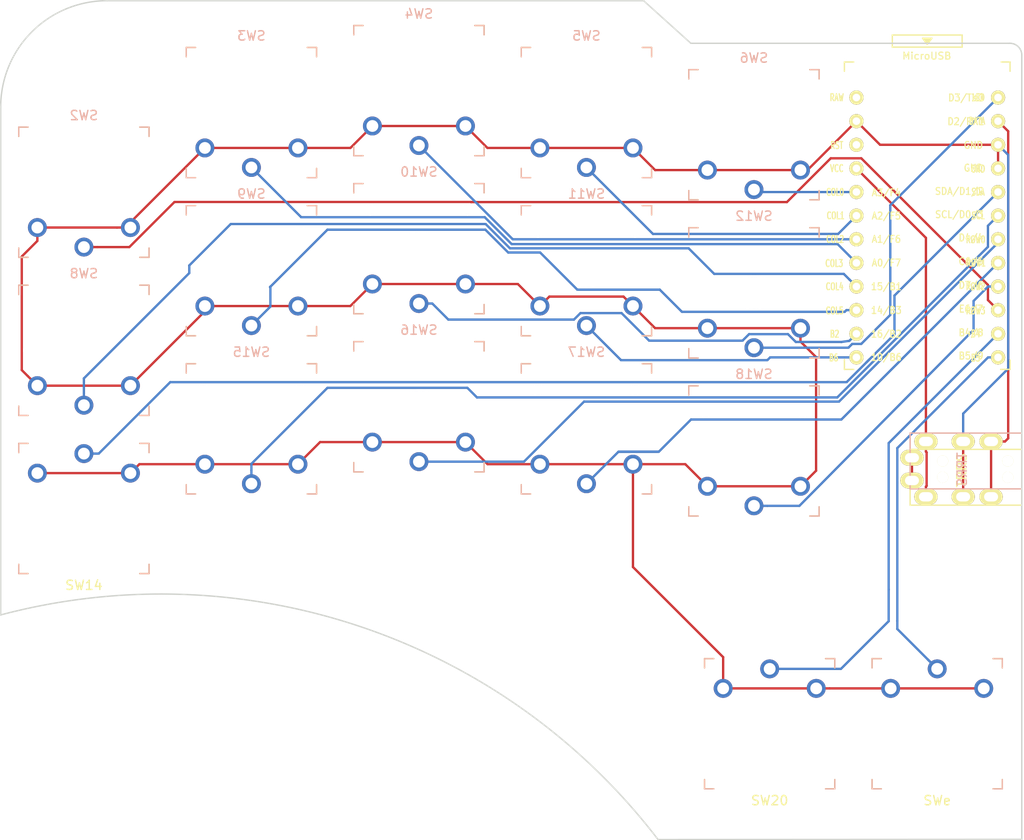
<source format=kicad_pcb>
(kicad_pcb (version 20171130) (host pcbnew "(5.1.5-0-10_14)")

  (general
    (thickness 1.6)
    (drawings 10)
    (tracks 199)
    (zones 0)
    (modules 19)
    (nets 24)
  )

  (page A4)
  (title_block
    (title "Corne Light")
    (date 2018-12-26)
    (rev 2.1)
    (company foostan)
  )

  (layers
    (0 F.Cu signal)
    (31 B.Cu signal)
    (32 B.Adhes user)
    (33 F.Adhes user)
    (34 B.Paste user hide)
    (35 F.Paste user)
    (36 B.SilkS user hide)
    (37 F.SilkS user hide)
    (38 B.Mask user hide)
    (39 F.Mask user)
    (40 Dwgs.User user)
    (41 Cmts.User user)
    (42 Eco1.User user)
    (43 Eco2.User user hide)
    (44 Edge.Cuts user)
    (45 Margin user)
    (46 B.CrtYd user)
    (47 F.CrtYd user)
    (48 B.Fab user hide)
    (49 F.Fab user)
  )

  (setup
    (last_trace_width 0.25)
    (user_trace_width 0.5)
    (trace_clearance 0.2)
    (zone_clearance 0.508)
    (zone_45_only no)
    (trace_min 0.2)
    (via_size 0.6)
    (via_drill 0.4)
    (via_min_size 0.4)
    (via_min_drill 0.3)
    (uvia_size 0.3)
    (uvia_drill 0.1)
    (uvias_allowed no)
    (uvia_min_size 0.2)
    (uvia_min_drill 0.1)
    (edge_width 0.15)
    (segment_width 0.15)
    (pcb_text_width 0.3)
    (pcb_text_size 1.5 1.5)
    (mod_edge_width 0.15)
    (mod_text_size 1 1)
    (mod_text_width 0.15)
    (pad_size 2.032 2.032)
    (pad_drill 1.27)
    (pad_to_mask_clearance 0.2)
    (aux_axis_origin 145.73 12.66)
    (visible_elements FFFFEFFF)
    (pcbplotparams
      (layerselection 0x010f0_ffffffff)
      (usegerberextensions true)
      (usegerberattributes false)
      (usegerberadvancedattributes false)
      (creategerberjobfile false)
      (excludeedgelayer true)
      (linewidth 0.150000)
      (plotframeref false)
      (viasonmask false)
      (mode 1)
      (useauxorigin false)
      (hpglpennumber 1)
      (hpglpenspeed 20)
      (hpglpendiameter 15.000000)
      (psnegative false)
      (psa4output false)
      (plotreference true)
      (plotvalue true)
      (plotinvisibletext false)
      (padsonsilk false)
      (subtractmaskfromsilk false)
      (outputformat 1)
      (mirror false)
      (drillshape 0)
      (scaleselection 1)
      (outputdirectory "gerber/"))
  )

  (net 0 "")
  (net 1 row0)
  (net 2 row1)
  (net 3 row2)
  (net 4 row3)
  (net 5 "Net-(D20-Pad2)")
  (net 6 GND)
  (net 7 VCC)
  (net 8 col1)
  (net 9 col2)
  (net 10 col3)
  (net 11 col4)
  (net 12 col5)
  (net 13 LED)
  (net 14 data)
  (net 15 reset)
  (net 16 SCL)
  (net 17 SDA)
  (net 18 "Net-(U1-Pad14)")
  (net 19 "Net-(U1-Pad13)")
  (net 20 "Net-(U1-Pad12)")
  (net 21 "Net-(U1-Pad11)")
  (net 22 "Net-(J1-PadA)")
  (net 23 "Net-(U1-Pad24)")

  (net_class Default "これは標準のネット クラスです。"
    (clearance 0.2)
    (trace_width 0.25)
    (via_dia 0.6)
    (via_drill 0.4)
    (uvia_dia 0.3)
    (uvia_drill 0.1)
    (add_net GND)
    (add_net LED)
    (add_net "Net-(D20-Pad2)")
    (add_net "Net-(J1-PadA)")
    (add_net "Net-(U1-Pad11)")
    (add_net "Net-(U1-Pad12)")
    (add_net "Net-(U1-Pad13)")
    (add_net "Net-(U1-Pad14)")
    (add_net "Net-(U1-Pad24)")
    (add_net SCL)
    (add_net SDA)
    (add_net VCC)
    (add_net col1)
    (add_net col2)
    (add_net col3)
    (add_net col4)
    (add_net col5)
    (add_net data)
    (add_net reset)
    (add_net row0)
    (add_net row1)
    (add_net row2)
    (add_net row3)
  )

  (module "Choc Footprints:SW_PG1350_reversible" (layer B.Cu) (tedit 5EAEA0F7) (tstamp 5C238836)
    (at 117.69 94.25)
    (descr "Kailh \"Choc\" PG1350 keyswitch, able to be mounted on front or back of PCB")
    (tags kailh,choc)
    (path /5A5E37A4)
    (fp_text reference SW20 (at 4.600001 -6) (layer Dwgs.User) hide
      (effects (font (size 1 1) (thickness 0.15)))
    )
    (fp_text value SW_PUSH (at -0.5 -6) (layer Dwgs.User) hide
      (effects (font (size 1 1) (thickness 0.15)))
    )
    (fp_text user %R (at 0 0) (layer B.Fab)
      (effects (font (size 1 1) (thickness 0.15)) (justify mirror))
    )
    (fp_text user %R (at 0 0) (layer B.Fab)
      (effects (font (size 1 1) (thickness 0.15)) (justify mirror))
    )
    (fp_line (start -7.5 -7.5) (end -7.5 7.5) (layer B.Fab) (width 0.15))
    (fp_line (start 7.5 7.5) (end 7.5 -7.5) (layer B.Fab) (width 0.15))
    (fp_line (start 7.5 -7.5) (end -7.5 -7.5) (layer B.Fab) (width 0.15))
    (fp_line (start -7.5 7.5) (end 7.5 7.5) (layer B.Fab) (width 0.15))
    (fp_text user %V (at 0 -8.255) (layer F.Fab)
      (effects (font (size 1 1) (thickness 0.15)))
    )
    (fp_text user %R (at 0 8.255) (layer F.SilkS)
      (effects (font (size 1 1) (thickness 0.15)))
    )
    (fp_line (start -7.5 -7.5) (end -7.5 7.5) (layer F.Fab) (width 0.15))
    (fp_line (start 7.5 -7.5) (end -7.5 -7.5) (layer F.Fab) (width 0.15))
    (fp_line (start 7.5 7.5) (end 7.5 -7.5) (layer F.Fab) (width 0.15))
    (fp_line (start -7.5 7.5) (end 7.5 7.5) (layer F.Fab) (width 0.15))
    (fp_line (start -6.9 -6.9) (end -6.9 6.9) (layer Eco2.User) (width 0.15))
    (fp_line (start 6.9 6.9) (end 6.9 -6.9) (layer Eco2.User) (width 0.15))
    (fp_line (start 6.9 6.9) (end -6.9 6.9) (layer Eco2.User) (width 0.15))
    (fp_line (start -6.9 -6.9) (end 6.9 -6.9) (layer Eco2.User) (width 0.15))
    (fp_line (start 7 7) (end 7 6) (layer F.SilkS) (width 0.15))
    (fp_line (start 6 7) (end 7 7) (layer F.SilkS) (width 0.15))
    (fp_line (start 7 -7) (end 6 -7) (layer F.SilkS) (width 0.15))
    (fp_line (start 7 -6) (end 7 -7) (layer F.SilkS) (width 0.15))
    (fp_line (start -7 -7) (end -7 -6) (layer F.SilkS) (width 0.15))
    (fp_line (start -6 -7) (end -7 -7) (layer F.SilkS) (width 0.15))
    (fp_line (start -7 7) (end -6 7) (layer F.SilkS) (width 0.15))
    (fp_line (start -7 6) (end -7 7) (layer F.SilkS) (width 0.15))
    (fp_line (start -2.6 3.1) (end -2.6 6.3) (layer Eco2.User) (width 0.15))
    (fp_line (start 2.6 6.3) (end -2.6 6.3) (layer Eco2.User) (width 0.15))
    (fp_line (start 2.6 3.1) (end 2.6 6.3) (layer Eco2.User) (width 0.15))
    (fp_line (start -2.6 3.1) (end 2.6 3.1) (layer Eco2.User) (width 0.15))
    (fp_line (start -7 7) (end -6 7) (layer B.SilkS) (width 0.15))
    (fp_line (start -7 6) (end -7 7) (layer B.SilkS) (width 0.15))
    (fp_line (start -7 -7) (end -7 -6) (layer B.SilkS) (width 0.15))
    (fp_line (start -6 -7) (end -7 -7) (layer B.SilkS) (width 0.15))
    (fp_line (start 7 -7) (end 6 -7) (layer B.SilkS) (width 0.15))
    (fp_line (start 7 -6) (end 7 -7) (layer B.SilkS) (width 0.15))
    (fp_line (start 7 7) (end 7 6) (layer B.SilkS) (width 0.15))
    (fp_line (start 6 7) (end 7 7) (layer B.SilkS) (width 0.15))
    (pad "" np_thru_hole circle (at -5.5 0) (size 1.7018 1.7018) (drill 1.7018) (layers *.Cu *.Mask))
    (pad "" np_thru_hole circle (at 5.5 0) (size 1.7018 1.7018) (drill 1.7018) (layers *.Cu *.Mask))
    (pad "" np_thru_hole circle (at 5.22 4.2) (size 0.9906 0.9906) (drill 0.9906) (layers *.Cu *.Mask))
    (pad 1 thru_hole circle (at 0 -5.9) (size 2.032 2.032) (drill 1.27) (layers *.Cu *.Mask)
      (net 21 "Net-(U1-Pad11)"))
    (pad 2 thru_hole circle (at -5 -3.8) (size 2.032 2.032) (drill 1.27) (layers *.Cu *.Mask)
      (net 6 GND))
    (pad "" np_thru_hole circle (at 0 0) (size 3.429 3.429) (drill 3.429) (layers *.Cu *.Mask))
    (pad 2 thru_hole circle (at 5 -3.8) (size 2.032 2.032) (drill 1.27) (layers *.Cu *.Mask)
      (net 6 GND))
    (pad "" np_thru_hole circle (at -5.22 4.2) (size 0.9906 0.9906) (drill 0.9906) (layers *.Cu *.Mask))
  )

  (module "Choc Footprints:SW_PG1350_reversible" (layer F.Cu) (tedit 5EAEA0E9) (tstamp 5C23880A)
    (at 116 64.92)
    (descr "Kailh \"Choc\" PG1350 keyswitch, able to be mounted on front or back of PCB")
    (tags kailh,choc)
    (path /5A5E35D5)
    (fp_text reference SW18 (at 4.6 6 180) (layer Dwgs.User) hide
      (effects (font (size 1 1) (thickness 0.15)))
    )
    (fp_text value SW_PUSH (at -0.5 6 180) (layer Dwgs.User) hide
      (effects (font (size 1 1) (thickness 0.15)))
    )
    (fp_text user %R (at 0 0) (layer F.Fab)
      (effects (font (size 1 1) (thickness 0.15)))
    )
    (fp_text user %R (at 0 0) (layer F.Fab)
      (effects (font (size 1 1) (thickness 0.15)))
    )
    (fp_line (start -7.5 7.5) (end -7.5 -7.5) (layer F.Fab) (width 0.15))
    (fp_line (start 7.5 -7.5) (end 7.5 7.5) (layer F.Fab) (width 0.15))
    (fp_line (start 7.5 7.5) (end -7.5 7.5) (layer F.Fab) (width 0.15))
    (fp_line (start -7.5 -7.5) (end 7.5 -7.5) (layer F.Fab) (width 0.15))
    (fp_text user %V (at 0 8.255) (layer B.Fab)
      (effects (font (size 1 1) (thickness 0.15)) (justify mirror))
    )
    (fp_text user %R (at 0 -8.255) (layer B.SilkS)
      (effects (font (size 1 1) (thickness 0.15)) (justify mirror))
    )
    (fp_line (start -7.5 7.5) (end -7.5 -7.5) (layer B.Fab) (width 0.15))
    (fp_line (start 7.5 7.5) (end -7.5 7.5) (layer B.Fab) (width 0.15))
    (fp_line (start 7.5 -7.5) (end 7.5 7.5) (layer B.Fab) (width 0.15))
    (fp_line (start -7.5 -7.5) (end 7.5 -7.5) (layer B.Fab) (width 0.15))
    (fp_line (start -6.9 6.9) (end -6.9 -6.9) (layer Eco2.User) (width 0.15))
    (fp_line (start 6.9 -6.9) (end 6.9 6.9) (layer Eco2.User) (width 0.15))
    (fp_line (start 6.9 -6.9) (end -6.9 -6.9) (layer Eco2.User) (width 0.15))
    (fp_line (start -6.9 6.9) (end 6.9 6.9) (layer Eco2.User) (width 0.15))
    (fp_line (start 7 -7) (end 7 -6) (layer B.SilkS) (width 0.15))
    (fp_line (start 6 -7) (end 7 -7) (layer B.SilkS) (width 0.15))
    (fp_line (start 7 7) (end 6 7) (layer B.SilkS) (width 0.15))
    (fp_line (start 7 6) (end 7 7) (layer B.SilkS) (width 0.15))
    (fp_line (start -7 7) (end -7 6) (layer B.SilkS) (width 0.15))
    (fp_line (start -6 7) (end -7 7) (layer B.SilkS) (width 0.15))
    (fp_line (start -7 -7) (end -6 -7) (layer B.SilkS) (width 0.15))
    (fp_line (start -7 -6) (end -7 -7) (layer B.SilkS) (width 0.15))
    (fp_line (start -2.6 -3.1) (end -2.6 -6.3) (layer Eco2.User) (width 0.15))
    (fp_line (start 2.6 -6.3) (end -2.6 -6.3) (layer Eco2.User) (width 0.15))
    (fp_line (start 2.6 -3.1) (end 2.6 -6.3) (layer Eco2.User) (width 0.15))
    (fp_line (start -2.6 -3.1) (end 2.6 -3.1) (layer Eco2.User) (width 0.15))
    (fp_line (start -7 -7) (end -6 -7) (layer F.SilkS) (width 0.15))
    (fp_line (start -7 -6) (end -7 -7) (layer F.SilkS) (width 0.15))
    (fp_line (start -7 7) (end -7 6) (layer F.SilkS) (width 0.15))
    (fp_line (start -6 7) (end -7 7) (layer F.SilkS) (width 0.15))
    (fp_line (start 7 7) (end 6 7) (layer F.SilkS) (width 0.15))
    (fp_line (start 7 6) (end 7 7) (layer F.SilkS) (width 0.15))
    (fp_line (start 7 -7) (end 7 -6) (layer F.SilkS) (width 0.15))
    (fp_line (start 6 -7) (end 7 -7) (layer F.SilkS) (width 0.15))
    (pad "" np_thru_hole circle (at -5.5 0) (size 1.7018 1.7018) (drill 1.7018) (layers *.Cu *.Mask))
    (pad "" np_thru_hole circle (at 5.5 0) (size 1.7018 1.7018) (drill 1.7018) (layers *.Cu *.Mask))
    (pad "" np_thru_hole circle (at 5.22 -4.2) (size 0.9906 0.9906) (drill 0.9906) (layers *.Cu *.Mask))
    (pad 1 thru_hole circle (at 0 5.9) (size 2.032 2.032) (drill 1.27) (layers *.Cu *.Mask)
      (net 3 row2))
    (pad 2 thru_hole circle (at -5 3.8) (size 2.032 2.032) (drill 1.27) (layers *.Cu *.Mask)
      (net 6 GND))
    (pad "" np_thru_hole circle (at 0 0) (size 3.429 3.429) (drill 3.429) (layers *.Cu *.Mask))
    (pad 2 thru_hole circle (at 5 3.8) (size 2.032 2.032) (drill 1.27) (layers *.Cu *.Mask)
      (net 6 GND))
    (pad "" np_thru_hole circle (at -5.22 -4.2) (size 0.9906 0.9906) (drill 0.9906) (layers *.Cu *.Mask))
  )

  (module "Choc Footprints:SW_PG1350_reversible" (layer B.Cu) (tedit 5EAEA100) (tstamp 5C23884C)
    (at 135.69 94.25)
    (descr "Kailh \"Choc\" PG1350 keyswitch, able to be mounted on front or back of PCB")
    (tags kailh,choc)
    (path /5A5E37B0)
    (fp_text reference SWe (at 4.6 -6 180) (layer Dwgs.User) hide
      (effects (font (size 1 1) (thickness 0.15)))
    )
    (fp_text value SW_PUSH (at -0.5 -6 180) (layer Dwgs.User) hide
      (effects (font (size 1 1) (thickness 0.15)))
    )
    (fp_line (start 6 7) (end 7 7) (layer B.SilkS) (width 0.15))
    (fp_line (start 7 7) (end 7 6) (layer B.SilkS) (width 0.15))
    (fp_line (start 7 -6) (end 7 -7) (layer B.SilkS) (width 0.15))
    (fp_line (start 7 -7) (end 6 -7) (layer B.SilkS) (width 0.15))
    (fp_line (start -6 -7) (end -7 -7) (layer B.SilkS) (width 0.15))
    (fp_line (start -7 -7) (end -7 -6) (layer B.SilkS) (width 0.15))
    (fp_line (start -7 6) (end -7 7) (layer B.SilkS) (width 0.15))
    (fp_line (start -7 7) (end -6 7) (layer B.SilkS) (width 0.15))
    (fp_line (start -2.6 3.1) (end 2.6 3.1) (layer Eco2.User) (width 0.15))
    (fp_line (start 2.6 3.1) (end 2.6 6.3) (layer Eco2.User) (width 0.15))
    (fp_line (start 2.6 6.3) (end -2.6 6.3) (layer Eco2.User) (width 0.15))
    (fp_line (start -2.6 3.1) (end -2.6 6.3) (layer Eco2.User) (width 0.15))
    (fp_line (start -7 6) (end -7 7) (layer F.SilkS) (width 0.15))
    (fp_line (start -7 7) (end -6 7) (layer F.SilkS) (width 0.15))
    (fp_line (start -6 -7) (end -7 -7) (layer F.SilkS) (width 0.15))
    (fp_line (start -7 -7) (end -7 -6) (layer F.SilkS) (width 0.15))
    (fp_line (start 7 -6) (end 7 -7) (layer F.SilkS) (width 0.15))
    (fp_line (start 7 -7) (end 6 -7) (layer F.SilkS) (width 0.15))
    (fp_line (start 6 7) (end 7 7) (layer F.SilkS) (width 0.15))
    (fp_line (start 7 7) (end 7 6) (layer F.SilkS) (width 0.15))
    (fp_line (start -6.9 -6.9) (end 6.9 -6.9) (layer Eco2.User) (width 0.15))
    (fp_line (start 6.9 6.9) (end -6.9 6.9) (layer Eco2.User) (width 0.15))
    (fp_line (start 6.9 6.9) (end 6.9 -6.9) (layer Eco2.User) (width 0.15))
    (fp_line (start -6.9 -6.9) (end -6.9 6.9) (layer Eco2.User) (width 0.15))
    (fp_line (start -7.5 7.5) (end 7.5 7.5) (layer F.Fab) (width 0.15))
    (fp_line (start 7.5 7.5) (end 7.5 -7.5) (layer F.Fab) (width 0.15))
    (fp_line (start 7.5 -7.5) (end -7.5 -7.5) (layer F.Fab) (width 0.15))
    (fp_line (start -7.5 -7.5) (end -7.5 7.5) (layer F.Fab) (width 0.15))
    (fp_text user %R (at 0 8.255) (layer F.SilkS)
      (effects (font (size 1 1) (thickness 0.15)))
    )
    (fp_text user %V (at 0 -8.255) (layer F.Fab)
      (effects (font (size 1 1) (thickness 0.15)))
    )
    (fp_line (start -7.5 7.5) (end 7.5 7.5) (layer B.Fab) (width 0.15))
    (fp_line (start 7.5 -7.5) (end -7.5 -7.5) (layer B.Fab) (width 0.15))
    (fp_line (start 7.5 7.5) (end 7.5 -7.5) (layer B.Fab) (width 0.15))
    (fp_line (start -7.5 -7.5) (end -7.5 7.5) (layer B.Fab) (width 0.15))
    (fp_text user %R (at 0 0) (layer B.Fab)
      (effects (font (size 1 1) (thickness 0.15)) (justify mirror))
    )
    (fp_text user %R (at 0 0) (layer F.Fab)
      (effects (font (size 1 1) (thickness 0.15)))
    )
    (pad "" np_thru_hole circle (at -5.22 4.2) (size 0.9906 0.9906) (drill 0.9906) (layers *.Cu *.Mask))
    (pad 2 thru_hole circle (at 5 -3.8) (size 2.032 2.032) (drill 1.27) (layers *.Cu *.Mask)
      (net 6 GND))
    (pad "" np_thru_hole circle (at 0 0) (size 3.429 3.429) (drill 3.429) (layers *.Cu *.Mask))
    (pad 2 thru_hole circle (at -5 -3.8) (size 2.032 2.032) (drill 1.27) (layers *.Cu *.Mask)
      (net 6 GND))
    (pad 1 thru_hole circle (at 0 -5.9) (size 2.032 2.032) (drill 1.27) (layers *.Cu *.Mask)
      (net 20 "Net-(U1-Pad12)"))
    (pad "" np_thru_hole circle (at 5.22 4.2) (size 0.9906 0.9906) (drill 0.9906) (layers *.Cu *.Mask))
    (pad "" np_thru_hole circle (at 5.5 0) (size 1.7018 1.7018) (drill 1.7018) (layers *.Cu *.Mask))
    (pad "" np_thru_hole circle (at -5.5 0) (size 1.7018 1.7018) (drill 1.7018) (layers *.Cu *.Mask))
  )

  (module kbd:ProMicro_v3 (layer F.Cu) (tedit 5EAE9E67) (tstamp 5C238F3C)
    (at 134.62 41.4)
    (path /5A5E14C2)
    (fp_text reference U1 (at -0.1 -0.05 270) (layer F.SilkS) hide
      (effects (font (size 1 1) (thickness 0.15)))
    )
    (fp_text value ProMicro (at -0.45 -17) (layer F.Fab) hide
      (effects (font (size 1 1) (thickness 0.15)))
    )
    (fp_line (start 8.9 14.75) (end 7.89 14.75) (layer F.SilkS) (width 0.15))
    (fp_line (start -8.9 14.75) (end -7.9 14.75) (layer F.SilkS) (width 0.15))
    (fp_line (start 8.9 13.75) (end 8.9 14.75) (layer F.SilkS) (width 0.15))
    (fp_line (start -8.9 13.7) (end -8.9 14.75) (layer F.SilkS) (width 0.15))
    (fp_line (start 8.9 -18.3) (end 7.95 -18.3) (layer F.SilkS) (width 0.15))
    (fp_line (start -8.9 -18.3) (end -7.9 -18.3) (layer F.SilkS) (width 0.15))
    (fp_line (start 8.9 -18.3) (end 8.9 -17.3) (layer F.SilkS) (width 0.15))
    (fp_line (start -8.9 -18.3) (end -8.9 -17.3) (layer F.SilkS) (width 0.15))
    (fp_text user "" (at -1.2065 -16.256) (layer B.SilkS)
      (effects (font (size 1 1) (thickness 0.15)) (justify mirror))
    )
    (fp_text user "" (at -0.545 -17.4) (layer F.SilkS)
      (effects (font (size 1 1) (thickness 0.15)))
    )
    (fp_line (start -8.9 14.75) (end -8.9 -18.3) (layer F.Fab) (width 0.15))
    (fp_line (start 8.9 14.75) (end -8.9 14.75) (layer F.Fab) (width 0.15))
    (fp_line (start 8.9 -18.3) (end 8.9 14.75) (layer F.Fab) (width 0.15))
    (fp_line (start -8.9 -18.3) (end -3.75 -18.3) (layer F.Fab) (width 0.15))
    (fp_text user RAW (at -9.7155 -14.478 unlocked) (layer F.SilkS)
      (effects (font (size 0.75 0.5) (thickness 0.125)))
    )
    (fp_text user GND (at 5.461 -6.7945 unlocked) (layer F.SilkS)
      (effects (font (size 0.75 0.5) (thickness 0.125)))
    )
    (fp_text user RST (at -9.7155 -9.3345 unlocked) (layer F.SilkS)
      (effects (font (size 0.75 0.5) (thickness 0.125)))
    )
    (fp_text user VCC (at -9.7155 -6.858 unlocked) (layer F.SilkS)
      (effects (font (size 0.75 0.5) (thickness 0.125)))
    )
    (fp_text user A3/F4 (at -4.395 -4.25 unlocked) (layer F.SilkS)
      (effects (font (size 0.75 0.67) (thickness 0.125)))
    )
    (fp_text user A2/F5 (at -4.395 -1.75 unlocked) (layer F.SilkS)
      (effects (font (size 0.75 0.67) (thickness 0.125)))
    )
    (fp_text user A1/F6 (at -4.395 0.75 unlocked) (layer F.SilkS)
      (effects (font (size 0.75 0.67) (thickness 0.125)))
    )
    (fp_text user A0/F7 (at -4.395 3.3 unlocked) (layer F.SilkS)
      (effects (font (size 0.75 0.67) (thickness 0.125)))
    )
    (fp_text user 15/B1 (at -4.395 5.85 unlocked) (layer F.SilkS)
      (effects (font (size 0.75 0.67) (thickness 0.125)))
    )
    (fp_text user 14/B3 (at -4.395 8.4 unlocked) (layer F.SilkS)
      (effects (font (size 0.75 0.67) (thickness 0.125)))
    )
    (fp_text user 10/B6 (at -4.395 13.45 unlocked) (layer F.SilkS)
      (effects (font (size 0.75 0.67) (thickness 0.125)))
    )
    (fp_text user 16/B2 (at -4.395 10.95 unlocked) (layer F.SilkS)
      (effects (font (size 0.75 0.67) (thickness 0.125)))
    )
    (fp_text user E6/7 (at 4.705 8.25 unlocked) (layer F.SilkS)
      (effects (font (size 0.75 0.67) (thickness 0.125)))
    )
    (fp_text user D7/6 (at 4.705 5.7 unlocked) (layer F.SilkS)
      (effects (font (size 0.75 0.67) (thickness 0.125)))
    )
    (fp_text user GND (at 4.955 -9.35 unlocked) (layer F.SilkS)
      (effects (font (size 0.75 0.67) (thickness 0.125)))
    )
    (fp_text user GND (at 4.955 -6.9 unlocked) (layer F.SilkS)
      (effects (font (size 0.75 0.67) (thickness 0.125)))
    )
    (fp_text user D3/TX0 (at 4.155 -14.45 unlocked) (layer F.SilkS)
      (effects (font (size 0.75 0.67) (thickness 0.125)))
    )
    (fp_text user D4/4 (at 4.705 0.6 unlocked) (layer F.SilkS)
      (effects (font (size 0.75 0.67) (thickness 0.125)))
    )
    (fp_text user SDA/D1/2 (at 3.455 -4.4 unlocked) (layer F.SilkS)
      (effects (font (size 0.75 0.67) (thickness 0.125)))
    )
    (fp_text user SCL/D0/3 (at 3.455 -1.9 unlocked) (layer F.SilkS)
      (effects (font (size 0.75 0.67) (thickness 0.125)))
    )
    (fp_text user C6/5 (at 4.705 3.15 unlocked) (layer F.SilkS)
      (effects (font (size 0.75 0.67) (thickness 0.125)))
    )
    (fp_text user B5/9 (at 4.705 13.3 unlocked) (layer F.SilkS)
      (effects (font (size 0.75 0.67) (thickness 0.125)))
    )
    (fp_text user D2/RX1 (at 4.155 -11.9 unlocked) (layer F.SilkS)
      (effects (font (size 0.75 0.67) (thickness 0.125)))
    )
    (fp_text user B4/8 (at 4.705 10.8 unlocked) (layer F.SilkS)
      (effects (font (size 0.75 0.67) (thickness 0.125)))
    )
    (fp_line (start -3.75 -19.6) (end 3.75 -19.6) (layer F.Fab) (width 0.15))
    (fp_line (start 3.75 -19.6) (end 3.75 -18.3) (layer F.Fab) (width 0.15))
    (fp_line (start -3.75 -19.6) (end -3.75 -18.299039) (layer F.Fab) (width 0.15))
    (fp_line (start -3.75 -18.3) (end 3.75 -18.3) (layer F.Fab) (width 0.15))
    (fp_line (start 3.76 -18.3) (end 8.9 -18.3) (layer F.Fab) (width 0.15))
    (fp_line (start -3.75 -21.2) (end -3.75 -19.9) (layer F.SilkS) (width 0.15))
    (fp_line (start -3.75 -19.9) (end 3.75 -19.9) (layer F.SilkS) (width 0.15))
    (fp_line (start 3.75 -19.9) (end 3.75 -21.2) (layer F.SilkS) (width 0.15))
    (fp_line (start 3.75 -21.2) (end -3.75 -21.2) (layer F.SilkS) (width 0.15))
    (fp_line (start -0.5 -20.85) (end 0.5 -20.85) (layer F.SilkS) (width 0.15))
    (fp_line (start 0.5 -20.85) (end 0 -20.2) (layer F.SilkS) (width 0.15))
    (fp_line (start 0 -20.2) (end -0.5 -20.85) (layer F.SilkS) (width 0.15))
    (fp_line (start -0.35 -20.7) (end 0.35 -20.7) (layer F.SilkS) (width 0.15))
    (fp_line (start -0.25 -20.55) (end 0.25 -20.55) (layer F.SilkS) (width 0.15))
    (fp_line (start -0.15 -20.4) (end 0.15 -20.4) (layer F.SilkS) (width 0.15))
    (fp_text user MicroUSB (at -0.05 -18.95) (layer F.SilkS)
      (effects (font (size 0.75 0.75) (thickness 0.12)))
    )
    (fp_text user LED (at 5.5 -14.478) (layer F.SilkS)
      (effects (font (size 0.75 0.5) (thickness 0.125)))
    )
    (fp_text user DATA (at 5.35 -11.95) (layer F.SilkS)
      (effects (font (size 0.75 0.5) (thickness 0.125)))
    )
    (fp_text user COL3 (at -10 3.35) (layer F.SilkS)
      (effects (font (size 0.75 0.5) (thickness 0.125)))
    )
    (fp_text user ROW0 (at 5.2 0.8) (layer F.SilkS)
      (effects (font (size 0.75 0.5) (thickness 0.125)))
    )
    (fp_text user COL2 (at -9.9 0.762) (layer F.SilkS)
      (effects (font (size 0.75 0.5) (thickness 0.125)))
    )
    (fp_text user SCL (at 5.461 -1.778) (layer F.SilkS)
      (effects (font (size 0.75 0.5) (thickness 0.125)))
    )
    (fp_text user COL1 (at -9.85 -1.778) (layer F.SilkS)
      (effects (font (size 0.75 0.5) (thickness 0.125)))
    )
    (fp_text user SDA (at 5.461 -4.318) (layer F.SilkS)
      (effects (font (size 0.75 0.5) (thickness 0.125)))
    )
    (fp_text user COL0 (at -9.9 -4.3) (layer F.SilkS)
      (effects (font (size 0.75 0.5) (thickness 0.125)))
    )
    (fp_text user B6 (at -10.05 13.5) (layer F.SilkS)
      (effects (font (size 0.75 0.5) (thickness 0.125)))
    )
    (fp_text user B5 (at 5.2 13.5255) (layer F.SilkS)
      (effects (font (size 0.75 0.5) (thickness 0.125)))
    )
    (fp_text user B4 (at 5.2 10.922) (layer F.SilkS)
      (effects (font (size 0.75 0.5) (thickness 0.125)))
    )
    (fp_text user B2 (at -9.95 10.95) (layer F.SilkS)
      (effects (font (size 0.75 0.5) (thickness 0.125)))
    )
    (fp_text user ROW3 (at 5.2 8.4455) (layer F.SilkS)
      (effects (font (size 0.75 0.5) (thickness 0.125)))
    )
    (fp_text user COL5 (at -9.95 8.4455) (layer F.SilkS)
      (effects (font (size 0.75 0.5) (thickness 0.125)))
    )
    (fp_text user ROW2 (at 5.2 5.85) (layer F.SilkS)
      (effects (font (size 0.75 0.5) (thickness 0.125)))
    )
    (fp_text user COL4 (at -9.95 5.85) (layer F.SilkS)
      (effects (font (size 0.75 0.5) (thickness 0.125)))
    )
    (fp_text user ROW1 (at 5.25 3.302) (layer F.SilkS)
      (effects (font (size 0.75 0.5) (thickness 0.125)))
    )
    (pad 24 thru_hole circle (at -7.6086 -14.478) (size 1.524 1.524) (drill 0.8128) (layers *.Cu *.Mask F.SilkS)
      (net 23 "Net-(U1-Pad24)"))
    (pad 23 thru_hole circle (at -7.6086 -11.938) (size 1.524 1.524) (drill 0.8128) (layers *.Cu *.Mask F.SilkS)
      (net 6 GND))
    (pad 22 thru_hole circle (at -7.6086 -9.398) (size 1.524 1.524) (drill 0.8128) (layers *.Cu *.Mask F.SilkS)
      (net 15 reset))
    (pad 21 thru_hole circle (at -7.6086 -6.858) (size 1.524 1.524) (drill 0.8128) (layers *.Cu *.Mask F.SilkS)
      (net 7 VCC))
    (pad 20 thru_hole circle (at -7.6086 -4.318) (size 1.524 1.524) (drill 0.8128) (layers *.Cu *.Mask F.SilkS)
      (net 5 "Net-(D20-Pad2)"))
    (pad 19 thru_hole circle (at -7.6086 -1.778) (size 1.524 1.524) (drill 0.8128) (layers *.Cu *.Mask F.SilkS)
      (net 8 col1))
    (pad 18 thru_hole circle (at -7.6086 0.762) (size 1.524 1.524) (drill 0.8128) (layers *.Cu *.Mask F.SilkS)
      (net 9 col2))
    (pad 17 thru_hole circle (at -7.6086 3.302) (size 1.524 1.524) (drill 0.8128) (layers *.Cu *.Mask F.SilkS)
      (net 10 col3))
    (pad 16 thru_hole circle (at -7.6086 5.842) (size 1.524 1.524) (drill 0.8128) (layers *.Cu *.Mask F.SilkS)
      (net 11 col4))
    (pad 15 thru_hole circle (at -7.6086 8.382) (size 1.524 1.524) (drill 0.8128) (layers *.Cu *.Mask F.SilkS)
      (net 12 col5))
    (pad 14 thru_hole circle (at -7.6086 10.922) (size 1.524 1.524) (drill 0.8128) (layers *.Cu *.Mask F.SilkS)
      (net 18 "Net-(U1-Pad14)"))
    (pad 13 thru_hole circle (at -7.6086 13.462) (size 1.524 1.524) (drill 0.8128) (layers *.Cu *.Mask F.SilkS)
      (net 19 "Net-(U1-Pad13)"))
    (pad 12 thru_hole circle (at 7.6114 13.462) (size 1.524 1.524) (drill 0.8128) (layers *.Cu *.Mask F.SilkS)
      (net 20 "Net-(U1-Pad12)"))
    (pad 11 thru_hole circle (at 7.6114 10.922) (size 1.524 1.524) (drill 0.8128) (layers *.Cu *.Mask F.SilkS)
      (net 21 "Net-(U1-Pad11)"))
    (pad 10 thru_hole circle (at 7.6114 8.382) (size 1.524 1.524) (drill 0.8128) (layers *.Cu *.Mask F.SilkS)
      (net 4 row3))
    (pad 9 thru_hole circle (at 7.6114 5.842) (size 1.524 1.524) (drill 0.8128) (layers *.Cu *.Mask F.SilkS)
      (net 3 row2))
    (pad 8 thru_hole circle (at 7.6114 3.302) (size 1.524 1.524) (drill 0.8128) (layers *.Cu *.Mask F.SilkS)
      (net 2 row1))
    (pad 7 thru_hole circle (at 7.6114 0.762) (size 1.524 1.524) (drill 0.8128) (layers *.Cu *.Mask F.SilkS)
      (net 1 row0))
    (pad 6 thru_hole circle (at 7.6114 -1.778) (size 1.524 1.524) (drill 0.8128) (layers *.Cu *.Mask F.SilkS)
      (net 16 SCL))
    (pad 5 thru_hole circle (at 7.6114 -4.318) (size 1.524 1.524) (drill 0.8128) (layers *.Cu *.Mask F.SilkS)
      (net 17 SDA))
    (pad 4 thru_hole circle (at 7.6114 -6.858) (size 1.524 1.524) (drill 0.8128) (layers *.Cu *.Mask F.SilkS)
      (net 6 GND))
    (pad 3 thru_hole circle (at 7.6114 -9.398) (size 1.524 1.524) (drill 0.8128) (layers *.Cu *.Mask F.SilkS)
      (net 6 GND))
    (pad 2 thru_hole circle (at 7.6114 -11.938) (size 1.524 1.524) (drill 0.8128) (layers *.Cu *.Mask F.SilkS)
      (net 14 data))
    (pad 1 thru_hole circle (at 7.6114 -14.478) (size 1.524 1.524) (drill 0.8128) (layers *.Cu *.Mask F.SilkS)
      (net 13 LED))
  )

  (module "Choc Footprints:SW_PG1350_reversible" (layer F.Cu) (tedit 5EAEA0DF) (tstamp 5C2387F4)
    (at 98 62.545)
    (descr "Kailh \"Choc\" PG1350 keyswitch, able to be mounted on front or back of PCB")
    (tags kailh,choc)
    (path /5A5E35CF)
    (fp_text reference SW17 (at 4.6 6 180) (layer Dwgs.User) hide
      (effects (font (size 1 1) (thickness 0.15)))
    )
    (fp_text value SW_PUSH (at -0.5 6 180) (layer Dwgs.User) hide
      (effects (font (size 1 1) (thickness 0.15)))
    )
    (fp_text user %R (at 0 0) (layer F.Fab)
      (effects (font (size 1 1) (thickness 0.15)))
    )
    (fp_text user %R (at 0 0) (layer F.Fab)
      (effects (font (size 1 1) (thickness 0.15)))
    )
    (fp_line (start -7.5 7.5) (end -7.5 -7.5) (layer F.Fab) (width 0.15))
    (fp_line (start 7.5 -7.5) (end 7.5 7.5) (layer F.Fab) (width 0.15))
    (fp_line (start 7.5 7.5) (end -7.5 7.5) (layer F.Fab) (width 0.15))
    (fp_line (start -7.5 -7.5) (end 7.5 -7.5) (layer F.Fab) (width 0.15))
    (fp_text user %V (at 0 8.255) (layer B.Fab)
      (effects (font (size 1 1) (thickness 0.15)) (justify mirror))
    )
    (fp_text user %R (at 0 -8.255) (layer B.SilkS)
      (effects (font (size 1 1) (thickness 0.15)) (justify mirror))
    )
    (fp_line (start -7.5 7.5) (end -7.5 -7.5) (layer B.Fab) (width 0.15))
    (fp_line (start 7.5 7.5) (end -7.5 7.5) (layer B.Fab) (width 0.15))
    (fp_line (start 7.5 -7.5) (end 7.5 7.5) (layer B.Fab) (width 0.15))
    (fp_line (start -7.5 -7.5) (end 7.5 -7.5) (layer B.Fab) (width 0.15))
    (fp_line (start -6.9 6.9) (end -6.9 -6.9) (layer Eco2.User) (width 0.15))
    (fp_line (start 6.9 -6.9) (end 6.9 6.9) (layer Eco2.User) (width 0.15))
    (fp_line (start 6.9 -6.9) (end -6.9 -6.9) (layer Eco2.User) (width 0.15))
    (fp_line (start -6.9 6.9) (end 6.9 6.9) (layer Eco2.User) (width 0.15))
    (fp_line (start 7 -7) (end 7 -6) (layer B.SilkS) (width 0.15))
    (fp_line (start 6 -7) (end 7 -7) (layer B.SilkS) (width 0.15))
    (fp_line (start 7 7) (end 6 7) (layer B.SilkS) (width 0.15))
    (fp_line (start 7 6) (end 7 7) (layer B.SilkS) (width 0.15))
    (fp_line (start -7 7) (end -7 6) (layer B.SilkS) (width 0.15))
    (fp_line (start -6 7) (end -7 7) (layer B.SilkS) (width 0.15))
    (fp_line (start -7 -7) (end -6 -7) (layer B.SilkS) (width 0.15))
    (fp_line (start -7 -6) (end -7 -7) (layer B.SilkS) (width 0.15))
    (fp_line (start -2.6 -3.1) (end -2.6 -6.3) (layer Eco2.User) (width 0.15))
    (fp_line (start 2.6 -6.3) (end -2.6 -6.3) (layer Eco2.User) (width 0.15))
    (fp_line (start 2.6 -3.1) (end 2.6 -6.3) (layer Eco2.User) (width 0.15))
    (fp_line (start -2.6 -3.1) (end 2.6 -3.1) (layer Eco2.User) (width 0.15))
    (fp_line (start -7 -7) (end -6 -7) (layer F.SilkS) (width 0.15))
    (fp_line (start -7 -6) (end -7 -7) (layer F.SilkS) (width 0.15))
    (fp_line (start -7 7) (end -7 6) (layer F.SilkS) (width 0.15))
    (fp_line (start -6 7) (end -7 7) (layer F.SilkS) (width 0.15))
    (fp_line (start 7 7) (end 6 7) (layer F.SilkS) (width 0.15))
    (fp_line (start 7 6) (end 7 7) (layer F.SilkS) (width 0.15))
    (fp_line (start 7 -7) (end 7 -6) (layer F.SilkS) (width 0.15))
    (fp_line (start 6 -7) (end 7 -7) (layer F.SilkS) (width 0.15))
    (pad "" np_thru_hole circle (at -5.5 0) (size 1.7018 1.7018) (drill 1.7018) (layers *.Cu *.Mask))
    (pad "" np_thru_hole circle (at 5.5 0) (size 1.7018 1.7018) (drill 1.7018) (layers *.Cu *.Mask))
    (pad "" np_thru_hole circle (at 5.22 -4.2) (size 0.9906 0.9906) (drill 0.9906) (layers *.Cu *.Mask))
    (pad 1 thru_hole circle (at 0 5.9) (size 2.032 2.032) (drill 1.27) (layers *.Cu *.Mask)
      (net 2 row1))
    (pad 2 thru_hole circle (at -5 3.8) (size 2.032 2.032) (drill 1.27) (layers *.Cu *.Mask)
      (net 6 GND))
    (pad "" np_thru_hole circle (at 0 0) (size 3.429 3.429) (drill 3.429) (layers *.Cu *.Mask))
    (pad 2 thru_hole circle (at 5 3.8) (size 2.032 2.032) (drill 1.27) (layers *.Cu *.Mask)
      (net 6 GND))
    (pad "" np_thru_hole circle (at -5.22 -4.2) (size 0.9906 0.9906) (drill 0.9906) (layers *.Cu *.Mask))
  )

  (module "Choc Footprints:SW_PG1350_reversible" (layer F.Cu) (tedit 5EAEA0BF) (tstamp 5C2387DE)
    (at 80 60.17)
    (descr "Kailh \"Choc\" PG1350 keyswitch, able to be mounted on front or back of PCB")
    (tags kailh,choc)
    (path /5A5E35C9)
    (fp_text reference SW16 (at 4.6 6 180) (layer Dwgs.User) hide
      (effects (font (size 1 1) (thickness 0.15)))
    )
    (fp_text value SW_PUSH (at -0.5 6 180) (layer Dwgs.User) hide
      (effects (font (size 1 1) (thickness 0.15)))
    )
    (fp_text user %R (at 0 0) (layer F.Fab)
      (effects (font (size 1 1) (thickness 0.15)))
    )
    (fp_text user %R (at 0 0) (layer F.Fab)
      (effects (font (size 1 1) (thickness 0.15)))
    )
    (fp_line (start -7.5 7.5) (end -7.5 -7.5) (layer F.Fab) (width 0.15))
    (fp_line (start 7.5 -7.5) (end 7.5 7.5) (layer F.Fab) (width 0.15))
    (fp_line (start 7.5 7.5) (end -7.5 7.5) (layer F.Fab) (width 0.15))
    (fp_line (start -7.5 -7.5) (end 7.5 -7.5) (layer F.Fab) (width 0.15))
    (fp_text user %V (at 0 8.255) (layer B.Fab)
      (effects (font (size 1 1) (thickness 0.15)) (justify mirror))
    )
    (fp_text user %R (at 0 -8.255) (layer B.SilkS)
      (effects (font (size 1 1) (thickness 0.15)) (justify mirror))
    )
    (fp_line (start -7.5 7.5) (end -7.5 -7.5) (layer B.Fab) (width 0.15))
    (fp_line (start 7.5 7.5) (end -7.5 7.5) (layer B.Fab) (width 0.15))
    (fp_line (start 7.5 -7.5) (end 7.5 7.5) (layer B.Fab) (width 0.15))
    (fp_line (start -7.5 -7.5) (end 7.5 -7.5) (layer B.Fab) (width 0.15))
    (fp_line (start -6.9 6.9) (end -6.9 -6.9) (layer Eco2.User) (width 0.15))
    (fp_line (start 6.9 -6.9) (end 6.9 6.9) (layer Eco2.User) (width 0.15))
    (fp_line (start 6.9 -6.9) (end -6.9 -6.9) (layer Eco2.User) (width 0.15))
    (fp_line (start -6.9 6.9) (end 6.9 6.9) (layer Eco2.User) (width 0.15))
    (fp_line (start 7 -7) (end 7 -6) (layer B.SilkS) (width 0.15))
    (fp_line (start 6 -7) (end 7 -7) (layer B.SilkS) (width 0.15))
    (fp_line (start 7 7) (end 6 7) (layer B.SilkS) (width 0.15))
    (fp_line (start 7 6) (end 7 7) (layer B.SilkS) (width 0.15))
    (fp_line (start -7 7) (end -7 6) (layer B.SilkS) (width 0.15))
    (fp_line (start -6 7) (end -7 7) (layer B.SilkS) (width 0.15))
    (fp_line (start -7 -7) (end -6 -7) (layer B.SilkS) (width 0.15))
    (fp_line (start -7 -6) (end -7 -7) (layer B.SilkS) (width 0.15))
    (fp_line (start -2.6 -3.1) (end -2.6 -6.3) (layer Eco2.User) (width 0.15))
    (fp_line (start 2.6 -6.3) (end -2.6 -6.3) (layer Eco2.User) (width 0.15))
    (fp_line (start 2.6 -3.1) (end 2.6 -6.3) (layer Eco2.User) (width 0.15))
    (fp_line (start -2.6 -3.1) (end 2.6 -3.1) (layer Eco2.User) (width 0.15))
    (fp_line (start -7 -7) (end -6 -7) (layer F.SilkS) (width 0.15))
    (fp_line (start -7 -6) (end -7 -7) (layer F.SilkS) (width 0.15))
    (fp_line (start -7 7) (end -7 6) (layer F.SilkS) (width 0.15))
    (fp_line (start -6 7) (end -7 7) (layer F.SilkS) (width 0.15))
    (fp_line (start 7 7) (end 6 7) (layer F.SilkS) (width 0.15))
    (fp_line (start 7 6) (end 7 7) (layer F.SilkS) (width 0.15))
    (fp_line (start 7 -7) (end 7 -6) (layer F.SilkS) (width 0.15))
    (fp_line (start 6 -7) (end 7 -7) (layer F.SilkS) (width 0.15))
    (pad "" np_thru_hole circle (at -5.5 0) (size 1.7018 1.7018) (drill 1.7018) (layers *.Cu *.Mask))
    (pad "" np_thru_hole circle (at 5.5 0) (size 1.7018 1.7018) (drill 1.7018) (layers *.Cu *.Mask))
    (pad "" np_thru_hole circle (at 5.22 -4.2) (size 0.9906 0.9906) (drill 0.9906) (layers *.Cu *.Mask))
    (pad 1 thru_hole circle (at 0 5.9) (size 2.032 2.032) (drill 1.27) (layers *.Cu *.Mask)
      (net 1 row0))
    (pad 2 thru_hole circle (at -5 3.8) (size 2.032 2.032) (drill 1.27) (layers *.Cu *.Mask)
      (net 6 GND))
    (pad "" np_thru_hole circle (at 0 0) (size 3.429 3.429) (drill 3.429) (layers *.Cu *.Mask))
    (pad 2 thru_hole circle (at 5 3.8) (size 2.032 2.032) (drill 1.27) (layers *.Cu *.Mask)
      (net 6 GND))
    (pad "" np_thru_hole circle (at -5.22 -4.2) (size 0.9906 0.9906) (drill 0.9906) (layers *.Cu *.Mask))
  )

  (module "Choc Footprints:SW_PG1350_reversible" (layer F.Cu) (tedit 5EAEA08B) (tstamp 5C2387C8)
    (at 62 62.545)
    (descr "Kailh \"Choc\" PG1350 keyswitch, able to be mounted on front or back of PCB")
    (tags kailh,choc)
    (path /5A5E35BD)
    (fp_text reference SW15 (at 4.6 6 180) (layer Dwgs.User) hide
      (effects (font (size 1 1) (thickness 0.15)))
    )
    (fp_text value SW_PUSH (at -0.5 6 180) (layer Dwgs.User) hide
      (effects (font (size 1 1) (thickness 0.15)))
    )
    (fp_text user %R (at 0 0) (layer F.Fab)
      (effects (font (size 1 1) (thickness 0.15)))
    )
    (fp_text user %R (at 0 0) (layer F.Fab)
      (effects (font (size 1 1) (thickness 0.15)))
    )
    (fp_line (start -7.5 7.5) (end -7.5 -7.5) (layer F.Fab) (width 0.15))
    (fp_line (start 7.5 -7.5) (end 7.5 7.5) (layer F.Fab) (width 0.15))
    (fp_line (start 7.5 7.5) (end -7.5 7.5) (layer F.Fab) (width 0.15))
    (fp_line (start -7.5 -7.5) (end 7.5 -7.5) (layer F.Fab) (width 0.15))
    (fp_text user %V (at 0 8.255) (layer B.Fab)
      (effects (font (size 1 1) (thickness 0.15)) (justify mirror))
    )
    (fp_text user %R (at 0 -8.255) (layer B.SilkS)
      (effects (font (size 1 1) (thickness 0.15)) (justify mirror))
    )
    (fp_line (start -7.5 7.5) (end -7.5 -7.5) (layer B.Fab) (width 0.15))
    (fp_line (start 7.5 7.5) (end -7.5 7.5) (layer B.Fab) (width 0.15))
    (fp_line (start 7.5 -7.5) (end 7.5 7.5) (layer B.Fab) (width 0.15))
    (fp_line (start -7.5 -7.5) (end 7.5 -7.5) (layer B.Fab) (width 0.15))
    (fp_line (start -6.9 6.9) (end -6.9 -6.9) (layer Eco2.User) (width 0.15))
    (fp_line (start 6.9 -6.9) (end 6.9 6.9) (layer Eco2.User) (width 0.15))
    (fp_line (start 6.9 -6.9) (end -6.9 -6.9) (layer Eco2.User) (width 0.15))
    (fp_line (start -6.9 6.9) (end 6.9 6.9) (layer Eco2.User) (width 0.15))
    (fp_line (start 7 -7) (end 7 -6) (layer B.SilkS) (width 0.15))
    (fp_line (start 6 -7) (end 7 -7) (layer B.SilkS) (width 0.15))
    (fp_line (start 7 7) (end 6 7) (layer B.SilkS) (width 0.15))
    (fp_line (start 7 6) (end 7 7) (layer B.SilkS) (width 0.15))
    (fp_line (start -7 7) (end -7 6) (layer B.SilkS) (width 0.15))
    (fp_line (start -6 7) (end -7 7) (layer B.SilkS) (width 0.15))
    (fp_line (start -7 -7) (end -6 -7) (layer B.SilkS) (width 0.15))
    (fp_line (start -7 -6) (end -7 -7) (layer B.SilkS) (width 0.15))
    (fp_line (start -2.6 -3.1) (end -2.6 -6.3) (layer Eco2.User) (width 0.15))
    (fp_line (start 2.6 -6.3) (end -2.6 -6.3) (layer Eco2.User) (width 0.15))
    (fp_line (start 2.6 -3.1) (end 2.6 -6.3) (layer Eco2.User) (width 0.15))
    (fp_line (start -2.6 -3.1) (end 2.6 -3.1) (layer Eco2.User) (width 0.15))
    (fp_line (start -7 -7) (end -6 -7) (layer F.SilkS) (width 0.15))
    (fp_line (start -7 -6) (end -7 -7) (layer F.SilkS) (width 0.15))
    (fp_line (start -7 7) (end -7 6) (layer F.SilkS) (width 0.15))
    (fp_line (start -6 7) (end -7 7) (layer F.SilkS) (width 0.15))
    (fp_line (start 7 7) (end 6 7) (layer F.SilkS) (width 0.15))
    (fp_line (start 7 6) (end 7 7) (layer F.SilkS) (width 0.15))
    (fp_line (start 7 -7) (end 7 -6) (layer F.SilkS) (width 0.15))
    (fp_line (start 6 -7) (end 7 -7) (layer F.SilkS) (width 0.15))
    (pad "" np_thru_hole circle (at -5.5 0) (size 1.7018 1.7018) (drill 1.7018) (layers *.Cu *.Mask))
    (pad "" np_thru_hole circle (at 5.5 0) (size 1.7018 1.7018) (drill 1.7018) (layers *.Cu *.Mask))
    (pad "" np_thru_hole circle (at 5.22 -4.2) (size 0.9906 0.9906) (drill 0.9906) (layers *.Cu *.Mask))
    (pad 1 thru_hole circle (at 0 5.9) (size 2.032 2.032) (drill 1.27) (layers *.Cu *.Mask)
      (net 16 SCL))
    (pad 2 thru_hole circle (at -5 3.8) (size 2.032 2.032) (drill 1.27) (layers *.Cu *.Mask)
      (net 6 GND))
    (pad "" np_thru_hole circle (at 0 0) (size 3.429 3.429) (drill 3.429) (layers *.Cu *.Mask))
    (pad 2 thru_hole circle (at 5 3.8) (size 2.032 2.032) (drill 1.27) (layers *.Cu *.Mask)
      (net 6 GND))
    (pad "" np_thru_hole circle (at -5.22 -4.2) (size 0.9906 0.9906) (drill 0.9906) (layers *.Cu *.Mask))
  )

  (module "Choc Footprints:SW_PG1350_reversible" (layer B.Cu) (tedit 5EAEA052) (tstamp 5C2387B2)
    (at 44 71.105)
    (descr "Kailh \"Choc\" PG1350 keyswitch, able to be mounted on front or back of PCB")
    (tags kailh,choc)
    (path /5A5E35B1)
    (fp_text reference SW14 (at 4.6 -6 -180) (layer Dwgs.User) hide
      (effects (font (size 1 1) (thickness 0.15)))
    )
    (fp_text value SW_PUSH (at -0.5 -6 -180) (layer Dwgs.User) hide
      (effects (font (size 1 1) (thickness 0.15)))
    )
    (fp_line (start 6 7) (end 7 7) (layer B.SilkS) (width 0.15))
    (fp_line (start 7 7) (end 7 6) (layer B.SilkS) (width 0.15))
    (fp_line (start 7 -6) (end 7 -7) (layer B.SilkS) (width 0.15))
    (fp_line (start 7 -7) (end 6 -7) (layer B.SilkS) (width 0.15))
    (fp_line (start -6 -7) (end -7 -7) (layer B.SilkS) (width 0.15))
    (fp_line (start -7 -7) (end -7 -6) (layer B.SilkS) (width 0.15))
    (fp_line (start -7 6) (end -7 7) (layer B.SilkS) (width 0.15))
    (fp_line (start -7 7) (end -6 7) (layer B.SilkS) (width 0.15))
    (fp_line (start -2.6 3.1) (end 2.6 3.1) (layer Eco2.User) (width 0.15))
    (fp_line (start 2.6 3.1) (end 2.6 6.3) (layer Eco2.User) (width 0.15))
    (fp_line (start 2.6 6.3) (end -2.6 6.3) (layer Eco2.User) (width 0.15))
    (fp_line (start -2.6 3.1) (end -2.6 6.3) (layer Eco2.User) (width 0.15))
    (fp_line (start -7 6) (end -7 7) (layer F.SilkS) (width 0.15))
    (fp_line (start -7 7) (end -6 7) (layer F.SilkS) (width 0.15))
    (fp_line (start -6 -7) (end -7 -7) (layer F.SilkS) (width 0.15))
    (fp_line (start -7 -7) (end -7 -6) (layer F.SilkS) (width 0.15))
    (fp_line (start 7 -6) (end 7 -7) (layer F.SilkS) (width 0.15))
    (fp_line (start 7 -7) (end 6 -7) (layer F.SilkS) (width 0.15))
    (fp_line (start 6 7) (end 7 7) (layer F.SilkS) (width 0.15))
    (fp_line (start 7 7) (end 7 6) (layer F.SilkS) (width 0.15))
    (fp_line (start -6.9 -6.9) (end 6.9 -6.9) (layer Eco2.User) (width 0.15))
    (fp_line (start 6.9 6.9) (end -6.9 6.9) (layer Eco2.User) (width 0.15))
    (fp_line (start 6.9 6.9) (end 6.9 -6.9) (layer Eco2.User) (width 0.15))
    (fp_line (start -6.9 -6.9) (end -6.9 6.9) (layer Eco2.User) (width 0.15))
    (fp_line (start -7.5 7.5) (end 7.5 7.5) (layer F.Fab) (width 0.15))
    (fp_line (start 7.5 7.5) (end 7.5 -7.5) (layer F.Fab) (width 0.15))
    (fp_line (start 7.5 -7.5) (end -7.5 -7.5) (layer F.Fab) (width 0.15))
    (fp_line (start -7.5 -7.5) (end -7.5 7.5) (layer F.Fab) (width 0.15))
    (fp_text user %R (at 0 8.255) (layer F.SilkS)
      (effects (font (size 1 1) (thickness 0.15)))
    )
    (fp_text user %V (at 0 -8.255) (layer F.Fab)
      (effects (font (size 1 1) (thickness 0.15)))
    )
    (fp_line (start -7.5 7.5) (end 7.5 7.5) (layer B.Fab) (width 0.15))
    (fp_line (start 7.5 -7.5) (end -7.5 -7.5) (layer B.Fab) (width 0.15))
    (fp_line (start 7.5 7.5) (end 7.5 -7.5) (layer B.Fab) (width 0.15))
    (fp_line (start -7.5 -7.5) (end -7.5 7.5) (layer B.Fab) (width 0.15))
    (fp_text user %R (at 0 0) (layer B.Fab)
      (effects (font (size 1 1) (thickness 0.15)) (justify mirror))
    )
    (fp_text user %R (at 0 0) (layer B.Fab)
      (effects (font (size 1 1) (thickness 0.15)) (justify mirror))
    )
    (pad "" np_thru_hole circle (at -5.22 4.2) (size 0.9906 0.9906) (drill 0.9906) (layers *.Cu *.Mask))
    (pad 2 thru_hole circle (at 5 -3.8) (size 2.032 2.032) (drill 1.27) (layers *.Cu *.Mask)
      (net 6 GND))
    (pad "" np_thru_hole circle (at 0 0) (size 3.429 3.429) (drill 3.429) (layers *.Cu *.Mask))
    (pad 2 thru_hole circle (at -5 -3.8) (size 2.032 2.032) (drill 1.27) (layers *.Cu *.Mask)
      (net 6 GND))
    (pad 1 thru_hole circle (at 0 -5.9) (size 2.032 2.032) (drill 1.27) (layers *.Cu *.Mask)
      (net 17 SDA))
    (pad "" np_thru_hole circle (at 5.22 4.2) (size 0.9906 0.9906) (drill 0.9906) (layers *.Cu *.Mask))
    (pad "" np_thru_hole circle (at 5.5 0) (size 1.7018 1.7018) (drill 1.7018) (layers *.Cu *.Mask))
    (pad "" np_thru_hole circle (at -5.5 0) (size 1.7018 1.7018) (drill 1.7018) (layers *.Cu *.Mask))
  )

  (module "Choc Footprints:SW_PG1350_reversible" (layer F.Cu) (tedit 5EAEA163) (tstamp 5C238786)
    (at 116 47.92)
    (descr "Kailh \"Choc\" PG1350 keyswitch, able to be mounted on front or back of PCB")
    (tags kailh,choc)
    (path /5A5E2D4A)
    (fp_text reference SW12 (at 4.6 6 180) (layer Dwgs.User) hide
      (effects (font (size 1 1) (thickness 0.15)))
    )
    (fp_text value SW_PUSH (at -0.5 6 180) (layer Dwgs.User) hide
      (effects (font (size 1 1) (thickness 0.15)))
    )
    (fp_text user %R (at 0 0) (layer F.Fab)
      (effects (font (size 1 1) (thickness 0.15)))
    )
    (fp_text user %R (at 0 0) (layer F.Fab)
      (effects (font (size 1 1) (thickness 0.15)))
    )
    (fp_line (start -7.5 7.5) (end -7.5 -7.5) (layer F.Fab) (width 0.15))
    (fp_line (start 7.5 -7.5) (end 7.5 7.5) (layer F.Fab) (width 0.15))
    (fp_line (start 7.5 7.5) (end -7.5 7.5) (layer F.Fab) (width 0.15))
    (fp_line (start -7.5 -7.5) (end 7.5 -7.5) (layer F.Fab) (width 0.15))
    (fp_text user %V (at 0 8.255) (layer B.Fab)
      (effects (font (size 1 1) (thickness 0.15)) (justify mirror))
    )
    (fp_text user %R (at 0 -8.255) (layer B.SilkS)
      (effects (font (size 1 1) (thickness 0.15)) (justify mirror))
    )
    (fp_line (start -7.5 7.5) (end -7.5 -7.5) (layer B.Fab) (width 0.15))
    (fp_line (start 7.5 7.5) (end -7.5 7.5) (layer B.Fab) (width 0.15))
    (fp_line (start 7.5 -7.5) (end 7.5 7.5) (layer B.Fab) (width 0.15))
    (fp_line (start -7.5 -7.5) (end 7.5 -7.5) (layer B.Fab) (width 0.15))
    (fp_line (start -6.9 6.9) (end -6.9 -6.9) (layer Eco2.User) (width 0.15))
    (fp_line (start 6.9 -6.9) (end 6.9 6.9) (layer Eco2.User) (width 0.15))
    (fp_line (start 6.9 -6.9) (end -6.9 -6.9) (layer Eco2.User) (width 0.15))
    (fp_line (start -6.9 6.9) (end 6.9 6.9) (layer Eco2.User) (width 0.15))
    (fp_line (start 7 -7) (end 7 -6) (layer B.SilkS) (width 0.15))
    (fp_line (start 6 -7) (end 7 -7) (layer B.SilkS) (width 0.15))
    (fp_line (start 7 7) (end 6 7) (layer B.SilkS) (width 0.15))
    (fp_line (start 7 6) (end 7 7) (layer B.SilkS) (width 0.15))
    (fp_line (start -7 7) (end -7 6) (layer B.SilkS) (width 0.15))
    (fp_line (start -6 7) (end -7 7) (layer B.SilkS) (width 0.15))
    (fp_line (start -7 -7) (end -6 -7) (layer B.SilkS) (width 0.15))
    (fp_line (start -7 -6) (end -7 -7) (layer B.SilkS) (width 0.15))
    (fp_line (start -2.6 -3.1) (end -2.6 -6.3) (layer Eco2.User) (width 0.15))
    (fp_line (start 2.6 -6.3) (end -2.6 -6.3) (layer Eco2.User) (width 0.15))
    (fp_line (start 2.6 -3.1) (end 2.6 -6.3) (layer Eco2.User) (width 0.15))
    (fp_line (start -2.6 -3.1) (end 2.6 -3.1) (layer Eco2.User) (width 0.15))
    (fp_line (start -7 -7) (end -6 -7) (layer F.SilkS) (width 0.15))
    (fp_line (start -7 -6) (end -7 -7) (layer F.SilkS) (width 0.15))
    (fp_line (start -7 7) (end -7 6) (layer F.SilkS) (width 0.15))
    (fp_line (start -6 7) (end -7 7) (layer F.SilkS) (width 0.15))
    (fp_line (start 7 7) (end 6 7) (layer F.SilkS) (width 0.15))
    (fp_line (start 7 6) (end 7 7) (layer F.SilkS) (width 0.15))
    (fp_line (start 7 -7) (end 7 -6) (layer F.SilkS) (width 0.15))
    (fp_line (start 6 -7) (end 7 -7) (layer F.SilkS) (width 0.15))
    (pad "" np_thru_hole circle (at -5.5 0) (size 1.7018 1.7018) (drill 1.7018) (layers *.Cu *.Mask))
    (pad "" np_thru_hole circle (at 5.5 0) (size 1.7018 1.7018) (drill 1.7018) (layers *.Cu *.Mask))
    (pad "" np_thru_hole circle (at 5.22 -4.2) (size 0.9906 0.9906) (drill 0.9906) (layers *.Cu *.Mask))
    (pad 1 thru_hole circle (at 0 5.9) (size 2.032 2.032) (drill 1.27) (layers *.Cu *.Mask)
      (net 13 LED))
    (pad 2 thru_hole circle (at -5 3.8) (size 2.032 2.032) (drill 1.27) (layers *.Cu *.Mask)
      (net 6 GND))
    (pad "" np_thru_hole circle (at 0 0) (size 3.429 3.429) (drill 3.429) (layers *.Cu *.Mask))
    (pad 2 thru_hole circle (at 5 3.8) (size 2.032 2.032) (drill 1.27) (layers *.Cu *.Mask)
      (net 6 GND))
    (pad "" np_thru_hole circle (at -5.22 -4.2) (size 0.9906 0.9906) (drill 0.9906) (layers *.Cu *.Mask))
  )

  (module "Choc Footprints:SW_PG1350_reversible" (layer F.Cu) (tedit 5EAEA02F) (tstamp 5C238770)
    (at 98 45.54)
    (descr "Kailh \"Choc\" PG1350 keyswitch, able to be mounted on front or back of PCB")
    (tags kailh,choc)
    (path /5A5E2D44)
    (fp_text reference SW11 (at 4.6 6 180) (layer Dwgs.User) hide
      (effects (font (size 1 1) (thickness 0.15)))
    )
    (fp_text value SW_PUSH (at -0.5 6 180) (layer Dwgs.User) hide
      (effects (font (size 1 1) (thickness 0.15)))
    )
    (fp_text user %R (at 0 0) (layer F.Fab)
      (effects (font (size 1 1) (thickness 0.15)))
    )
    (fp_text user %R (at 0 0) (layer F.Fab)
      (effects (font (size 1 1) (thickness 0.15)))
    )
    (fp_line (start -7.5 7.5) (end -7.5 -7.5) (layer F.Fab) (width 0.15))
    (fp_line (start 7.5 -7.5) (end 7.5 7.5) (layer F.Fab) (width 0.15))
    (fp_line (start 7.5 7.5) (end -7.5 7.5) (layer F.Fab) (width 0.15))
    (fp_line (start -7.5 -7.5) (end 7.5 -7.5) (layer F.Fab) (width 0.15))
    (fp_text user %V (at 0 8.255) (layer B.Fab)
      (effects (font (size 1 1) (thickness 0.15)) (justify mirror))
    )
    (fp_text user %R (at 0 -8.255) (layer B.SilkS)
      (effects (font (size 1 1) (thickness 0.15)) (justify mirror))
    )
    (fp_line (start -7.5 7.5) (end -7.5 -7.5) (layer B.Fab) (width 0.15))
    (fp_line (start 7.5 7.5) (end -7.5 7.5) (layer B.Fab) (width 0.15))
    (fp_line (start 7.5 -7.5) (end 7.5 7.5) (layer B.Fab) (width 0.15))
    (fp_line (start -7.5 -7.5) (end 7.5 -7.5) (layer B.Fab) (width 0.15))
    (fp_line (start -6.9 6.9) (end -6.9 -6.9) (layer Eco2.User) (width 0.15))
    (fp_line (start 6.9 -6.9) (end 6.9 6.9) (layer Eco2.User) (width 0.15))
    (fp_line (start 6.9 -6.9) (end -6.9 -6.9) (layer Eco2.User) (width 0.15))
    (fp_line (start -6.9 6.9) (end 6.9 6.9) (layer Eco2.User) (width 0.15))
    (fp_line (start 7 -7) (end 7 -6) (layer B.SilkS) (width 0.15))
    (fp_line (start 6 -7) (end 7 -7) (layer B.SilkS) (width 0.15))
    (fp_line (start 7 7) (end 6 7) (layer B.SilkS) (width 0.15))
    (fp_line (start 7 6) (end 7 7) (layer B.SilkS) (width 0.15))
    (fp_line (start -7 7) (end -7 6) (layer B.SilkS) (width 0.15))
    (fp_line (start -6 7) (end -7 7) (layer B.SilkS) (width 0.15))
    (fp_line (start -7 -7) (end -6 -7) (layer B.SilkS) (width 0.15))
    (fp_line (start -7 -6) (end -7 -7) (layer B.SilkS) (width 0.15))
    (fp_line (start -2.6 -3.1) (end -2.6 -6.3) (layer Eco2.User) (width 0.15))
    (fp_line (start 2.6 -6.3) (end -2.6 -6.3) (layer Eco2.User) (width 0.15))
    (fp_line (start 2.6 -3.1) (end 2.6 -6.3) (layer Eco2.User) (width 0.15))
    (fp_line (start -2.6 -3.1) (end 2.6 -3.1) (layer Eco2.User) (width 0.15))
    (fp_line (start -7 -7) (end -6 -7) (layer F.SilkS) (width 0.15))
    (fp_line (start -7 -6) (end -7 -7) (layer F.SilkS) (width 0.15))
    (fp_line (start -7 7) (end -7 6) (layer F.SilkS) (width 0.15))
    (fp_line (start -6 7) (end -7 7) (layer F.SilkS) (width 0.15))
    (fp_line (start 7 7) (end 6 7) (layer F.SilkS) (width 0.15))
    (fp_line (start 7 6) (end 7 7) (layer F.SilkS) (width 0.15))
    (fp_line (start 7 -7) (end 7 -6) (layer F.SilkS) (width 0.15))
    (fp_line (start 6 -7) (end 7 -7) (layer F.SilkS) (width 0.15))
    (pad "" np_thru_hole circle (at -5.5 0) (size 1.7018 1.7018) (drill 1.7018) (layers *.Cu *.Mask))
    (pad "" np_thru_hole circle (at 5.5 0) (size 1.7018 1.7018) (drill 1.7018) (layers *.Cu *.Mask))
    (pad "" np_thru_hole circle (at 5.22 -4.2) (size 0.9906 0.9906) (drill 0.9906) (layers *.Cu *.Mask))
    (pad 1 thru_hole circle (at 0 5.9) (size 2.032 2.032) (drill 1.27) (layers *.Cu *.Mask)
      (net 19 "Net-(U1-Pad13)"))
    (pad 2 thru_hole circle (at -5 3.8) (size 2.032 2.032) (drill 1.27) (layers *.Cu *.Mask)
      (net 6 GND))
    (pad "" np_thru_hole circle (at 0 0) (size 3.429 3.429) (drill 3.429) (layers *.Cu *.Mask))
    (pad 2 thru_hole circle (at 5 3.8) (size 2.032 2.032) (drill 1.27) (layers *.Cu *.Mask)
      (net 6 GND))
    (pad "" np_thru_hole circle (at -5.22 -4.2) (size 0.9906 0.9906) (drill 0.9906) (layers *.Cu *.Mask))
  )

  (module "Choc Footprints:SW_PG1350_reversible" (layer F.Cu) (tedit 5EAEA006) (tstamp 5C23875A)
    (at 80 43.17)
    (descr "Kailh \"Choc\" PG1350 keyswitch, able to be mounted on front or back of PCB")
    (tags kailh,choc)
    (path /5A5E2D3E)
    (fp_text reference SW10 (at 4.6 6 180) (layer Dwgs.User) hide
      (effects (font (size 1 1) (thickness 0.15)))
    )
    (fp_text value SW_PUSH (at -0.5 6 180) (layer Dwgs.User) hide
      (effects (font (size 1 1) (thickness 0.15)))
    )
    (fp_text user %R (at 0 0) (layer F.Fab)
      (effects (font (size 1 1) (thickness 0.15)))
    )
    (fp_text user %R (at 0 0) (layer F.Fab)
      (effects (font (size 1 1) (thickness 0.15)))
    )
    (fp_line (start -7.5 7.5) (end -7.5 -7.5) (layer F.Fab) (width 0.15))
    (fp_line (start 7.5 -7.5) (end 7.5 7.5) (layer F.Fab) (width 0.15))
    (fp_line (start 7.5 7.5) (end -7.5 7.5) (layer F.Fab) (width 0.15))
    (fp_line (start -7.5 -7.5) (end 7.5 -7.5) (layer F.Fab) (width 0.15))
    (fp_text user %V (at 0 8.255) (layer B.Fab)
      (effects (font (size 1 1) (thickness 0.15)) (justify mirror))
    )
    (fp_text user %R (at 0 -8.255) (layer B.SilkS)
      (effects (font (size 1 1) (thickness 0.15)) (justify mirror))
    )
    (fp_line (start -7.5 7.5) (end -7.5 -7.5) (layer B.Fab) (width 0.15))
    (fp_line (start 7.5 7.5) (end -7.5 7.5) (layer B.Fab) (width 0.15))
    (fp_line (start 7.5 -7.5) (end 7.5 7.5) (layer B.Fab) (width 0.15))
    (fp_line (start -7.5 -7.5) (end 7.5 -7.5) (layer B.Fab) (width 0.15))
    (fp_line (start -6.9 6.9) (end -6.9 -6.9) (layer Eco2.User) (width 0.15))
    (fp_line (start 6.9 -6.9) (end 6.9 6.9) (layer Eco2.User) (width 0.15))
    (fp_line (start 6.9 -6.9) (end -6.9 -6.9) (layer Eco2.User) (width 0.15))
    (fp_line (start -6.9 6.9) (end 6.9 6.9) (layer Eco2.User) (width 0.15))
    (fp_line (start 7 -7) (end 7 -6) (layer B.SilkS) (width 0.15))
    (fp_line (start 6 -7) (end 7 -7) (layer B.SilkS) (width 0.15))
    (fp_line (start 7 7) (end 6 7) (layer B.SilkS) (width 0.15))
    (fp_line (start 7 6) (end 7 7) (layer B.SilkS) (width 0.15))
    (fp_line (start -7 7) (end -7 6) (layer B.SilkS) (width 0.15))
    (fp_line (start -6 7) (end -7 7) (layer B.SilkS) (width 0.15))
    (fp_line (start -7 -7) (end -6 -7) (layer B.SilkS) (width 0.15))
    (fp_line (start -7 -6) (end -7 -7) (layer B.SilkS) (width 0.15))
    (fp_line (start -2.6 -3.1) (end -2.6 -6.3) (layer Eco2.User) (width 0.15))
    (fp_line (start 2.6 -6.3) (end -2.6 -6.3) (layer Eco2.User) (width 0.15))
    (fp_line (start 2.6 -3.1) (end 2.6 -6.3) (layer Eco2.User) (width 0.15))
    (fp_line (start -2.6 -3.1) (end 2.6 -3.1) (layer Eco2.User) (width 0.15))
    (fp_line (start -7 -7) (end -6 -7) (layer F.SilkS) (width 0.15))
    (fp_line (start -7 -6) (end -7 -7) (layer F.SilkS) (width 0.15))
    (fp_line (start -7 7) (end -7 6) (layer F.SilkS) (width 0.15))
    (fp_line (start -6 7) (end -7 7) (layer F.SilkS) (width 0.15))
    (fp_line (start 7 7) (end 6 7) (layer F.SilkS) (width 0.15))
    (fp_line (start 7 6) (end 7 7) (layer F.SilkS) (width 0.15))
    (fp_line (start 7 -7) (end 7 -6) (layer F.SilkS) (width 0.15))
    (fp_line (start 6 -7) (end 7 -7) (layer F.SilkS) (width 0.15))
    (pad "" np_thru_hole circle (at -5.5 0) (size 1.7018 1.7018) (drill 1.7018) (layers *.Cu *.Mask))
    (pad "" np_thru_hole circle (at 5.5 0) (size 1.7018 1.7018) (drill 1.7018) (layers *.Cu *.Mask))
    (pad "" np_thru_hole circle (at 5.22 -4.2) (size 0.9906 0.9906) (drill 0.9906) (layers *.Cu *.Mask))
    (pad 1 thru_hole circle (at 0 5.9) (size 2.032 2.032) (drill 1.27) (layers *.Cu *.Mask)
      (net 18 "Net-(U1-Pad14)"))
    (pad 2 thru_hole circle (at -5 3.8) (size 2.032 2.032) (drill 1.27) (layers *.Cu *.Mask)
      (net 6 GND))
    (pad "" np_thru_hole circle (at 0 0) (size 3.429 3.429) (drill 3.429) (layers *.Cu *.Mask))
    (pad 2 thru_hole circle (at 5 3.8) (size 2.032 2.032) (drill 1.27) (layers *.Cu *.Mask)
      (net 6 GND))
    (pad "" np_thru_hole circle (at -5.22 -4.2) (size 0.9906 0.9906) (drill 0.9906) (layers *.Cu *.Mask))
  )

  (module "Choc Footprints:SW_PG1350_reversible" (layer F.Cu) (tedit 5EAE9F9E) (tstamp 5C238744)
    (at 62 45.54)
    (descr "Kailh \"Choc\" PG1350 keyswitch, able to be mounted on front or back of PCB")
    (tags kailh,choc)
    (path /5A5E2D32)
    (fp_text reference SW9 (at 4.6 6 180) (layer Dwgs.User) hide
      (effects (font (size 1 1) (thickness 0.15)))
    )
    (fp_text value SW_PUSH (at -0.5 6 180) (layer Dwgs.User) hide
      (effects (font (size 1 1) (thickness 0.15)))
    )
    (fp_text user %R (at 0 0) (layer F.Fab)
      (effects (font (size 1 1) (thickness 0.15)))
    )
    (fp_text user %R (at 0 0) (layer F.Fab)
      (effects (font (size 1 1) (thickness 0.15)))
    )
    (fp_line (start -7.5 7.5) (end -7.5 -7.5) (layer F.Fab) (width 0.15))
    (fp_line (start 7.5 -7.5) (end 7.5 7.5) (layer F.Fab) (width 0.15))
    (fp_line (start 7.5 7.5) (end -7.5 7.5) (layer F.Fab) (width 0.15))
    (fp_line (start -7.5 -7.5) (end 7.5 -7.5) (layer F.Fab) (width 0.15))
    (fp_text user %V (at 0 8.255) (layer B.Fab)
      (effects (font (size 1 1) (thickness 0.15)) (justify mirror))
    )
    (fp_text user %R (at 0 -8.255) (layer B.SilkS)
      (effects (font (size 1 1) (thickness 0.15)) (justify mirror))
    )
    (fp_line (start -7.5 7.5) (end -7.5 -7.5) (layer B.Fab) (width 0.15))
    (fp_line (start 7.5 7.5) (end -7.5 7.5) (layer B.Fab) (width 0.15))
    (fp_line (start 7.5 -7.5) (end 7.5 7.5) (layer B.Fab) (width 0.15))
    (fp_line (start -7.5 -7.5) (end 7.5 -7.5) (layer B.Fab) (width 0.15))
    (fp_line (start -6.9 6.9) (end -6.9 -6.9) (layer Eco2.User) (width 0.15))
    (fp_line (start 6.9 -6.9) (end 6.9 6.9) (layer Eco2.User) (width 0.15))
    (fp_line (start 6.9 -6.9) (end -6.9 -6.9) (layer Eco2.User) (width 0.15))
    (fp_line (start -6.9 6.9) (end 6.9 6.9) (layer Eco2.User) (width 0.15))
    (fp_line (start 7 -7) (end 7 -6) (layer B.SilkS) (width 0.15))
    (fp_line (start 6 -7) (end 7 -7) (layer B.SilkS) (width 0.15))
    (fp_line (start 7 7) (end 6 7) (layer B.SilkS) (width 0.15))
    (fp_line (start 7 6) (end 7 7) (layer B.SilkS) (width 0.15))
    (fp_line (start -7 7) (end -7 6) (layer B.SilkS) (width 0.15))
    (fp_line (start -6 7) (end -7 7) (layer B.SilkS) (width 0.15))
    (fp_line (start -7 -7) (end -6 -7) (layer B.SilkS) (width 0.15))
    (fp_line (start -7 -6) (end -7 -7) (layer B.SilkS) (width 0.15))
    (fp_line (start -2.6 -3.1) (end -2.6 -6.3) (layer Eco2.User) (width 0.15))
    (fp_line (start 2.6 -6.3) (end -2.6 -6.3) (layer Eco2.User) (width 0.15))
    (fp_line (start 2.6 -3.1) (end 2.6 -6.3) (layer Eco2.User) (width 0.15))
    (fp_line (start -2.6 -3.1) (end 2.6 -3.1) (layer Eco2.User) (width 0.15))
    (fp_line (start -7 -7) (end -6 -7) (layer F.SilkS) (width 0.15))
    (fp_line (start -7 -6) (end -7 -7) (layer F.SilkS) (width 0.15))
    (fp_line (start -7 7) (end -7 6) (layer F.SilkS) (width 0.15))
    (fp_line (start -6 7) (end -7 7) (layer F.SilkS) (width 0.15))
    (fp_line (start 7 7) (end 6 7) (layer F.SilkS) (width 0.15))
    (fp_line (start 7 6) (end 7 7) (layer F.SilkS) (width 0.15))
    (fp_line (start 7 -7) (end 7 -6) (layer F.SilkS) (width 0.15))
    (fp_line (start 6 -7) (end 7 -7) (layer F.SilkS) (width 0.15))
    (pad "" np_thru_hole circle (at -5.5 0) (size 1.7018 1.7018) (drill 1.7018) (layers *.Cu *.Mask))
    (pad "" np_thru_hole circle (at 5.5 0) (size 1.7018 1.7018) (drill 1.7018) (layers *.Cu *.Mask))
    (pad "" np_thru_hole circle (at 5.22 -4.2) (size 0.9906 0.9906) (drill 0.9906) (layers *.Cu *.Mask))
    (pad 1 thru_hole circle (at 0 5.9) (size 2.032 2.032) (drill 1.27) (layers *.Cu *.Mask)
      (net 12 col5))
    (pad 2 thru_hole circle (at -5 3.8) (size 2.032 2.032) (drill 1.27) (layers *.Cu *.Mask)
      (net 6 GND))
    (pad "" np_thru_hole circle (at 0 0) (size 3.429 3.429) (drill 3.429) (layers *.Cu *.Mask))
    (pad 2 thru_hole circle (at 5 3.8) (size 2.032 2.032) (drill 1.27) (layers *.Cu *.Mask)
      (net 6 GND))
    (pad "" np_thru_hole circle (at -5.22 -4.2) (size 0.9906 0.9906) (drill 0.9906) (layers *.Cu *.Mask))
  )

  (module "Choc Footprints:SW_PG1350_reversible" (layer F.Cu) (tedit 5EAE9F6E) (tstamp 5C23872E)
    (at 44 54.1)
    (descr "Kailh \"Choc\" PG1350 keyswitch, able to be mounted on front or back of PCB")
    (tags kailh,choc)
    (path /5A5E2D26)
    (fp_text reference SW8 (at 4.6 6 180) (layer Dwgs.User) hide
      (effects (font (size 1 1) (thickness 0.15)))
    )
    (fp_text value SW_PUSH (at -0.5 6 180) (layer Dwgs.User) hide
      (effects (font (size 1 1) (thickness 0.15)))
    )
    (fp_line (start 6 -7) (end 7 -7) (layer F.SilkS) (width 0.15))
    (fp_line (start 7 -7) (end 7 -6) (layer F.SilkS) (width 0.15))
    (fp_line (start 7 6) (end 7 7) (layer F.SilkS) (width 0.15))
    (fp_line (start 7 7) (end 6 7) (layer F.SilkS) (width 0.15))
    (fp_line (start -6 7) (end -7 7) (layer F.SilkS) (width 0.15))
    (fp_line (start -7 7) (end -7 6) (layer F.SilkS) (width 0.15))
    (fp_line (start -7 -6) (end -7 -7) (layer F.SilkS) (width 0.15))
    (fp_line (start -7 -7) (end -6 -7) (layer F.SilkS) (width 0.15))
    (fp_line (start -2.6 -3.1) (end 2.6 -3.1) (layer Eco2.User) (width 0.15))
    (fp_line (start 2.6 -3.1) (end 2.6 -6.3) (layer Eco2.User) (width 0.15))
    (fp_line (start 2.6 -6.3) (end -2.6 -6.3) (layer Eco2.User) (width 0.15))
    (fp_line (start -2.6 -3.1) (end -2.6 -6.3) (layer Eco2.User) (width 0.15))
    (fp_line (start -7 -6) (end -7 -7) (layer B.SilkS) (width 0.15))
    (fp_line (start -7 -7) (end -6 -7) (layer B.SilkS) (width 0.15))
    (fp_line (start -6 7) (end -7 7) (layer B.SilkS) (width 0.15))
    (fp_line (start -7 7) (end -7 6) (layer B.SilkS) (width 0.15))
    (fp_line (start 7 6) (end 7 7) (layer B.SilkS) (width 0.15))
    (fp_line (start 7 7) (end 6 7) (layer B.SilkS) (width 0.15))
    (fp_line (start 6 -7) (end 7 -7) (layer B.SilkS) (width 0.15))
    (fp_line (start 7 -7) (end 7 -6) (layer B.SilkS) (width 0.15))
    (fp_line (start -6.9 6.9) (end 6.9 6.9) (layer Eco2.User) (width 0.15))
    (fp_line (start 6.9 -6.9) (end -6.9 -6.9) (layer Eco2.User) (width 0.15))
    (fp_line (start 6.9 -6.9) (end 6.9 6.9) (layer Eco2.User) (width 0.15))
    (fp_line (start -6.9 6.9) (end -6.9 -6.9) (layer Eco2.User) (width 0.15))
    (fp_line (start -7.5 -7.5) (end 7.5 -7.5) (layer B.Fab) (width 0.15))
    (fp_line (start 7.5 -7.5) (end 7.5 7.5) (layer B.Fab) (width 0.15))
    (fp_line (start 7.5 7.5) (end -7.5 7.5) (layer B.Fab) (width 0.15))
    (fp_line (start -7.5 7.5) (end -7.5 -7.5) (layer B.Fab) (width 0.15))
    (fp_text user %R (at 0 -8.255) (layer B.SilkS)
      (effects (font (size 1 1) (thickness 0.15)) (justify mirror))
    )
    (fp_text user %V (at 0 8.255) (layer B.Fab)
      (effects (font (size 1 1) (thickness 0.15)) (justify mirror))
    )
    (fp_line (start -7.5 -7.5) (end 7.5 -7.5) (layer F.Fab) (width 0.15))
    (fp_line (start 7.5 7.5) (end -7.5 7.5) (layer F.Fab) (width 0.15))
    (fp_line (start 7.5 -7.5) (end 7.5 7.5) (layer F.Fab) (width 0.15))
    (fp_line (start -7.5 7.5) (end -7.5 -7.5) (layer F.Fab) (width 0.15))
    (fp_text user %R (at 0 0) (layer F.Fab)
      (effects (font (size 1 1) (thickness 0.15)))
    )
    (fp_text user %R (at 0 0) (layer F.Fab)
      (effects (font (size 1 1) (thickness 0.15)))
    )
    (pad "" np_thru_hole circle (at -5.22 -4.2) (size 0.9906 0.9906) (drill 0.9906) (layers *.Cu *.Mask))
    (pad 2 thru_hole circle (at 5 3.8) (size 2.032 2.032) (drill 1.27) (layers *.Cu *.Mask)
      (net 6 GND))
    (pad "" np_thru_hole circle (at 0 0) (size 3.429 3.429) (drill 3.429) (layers *.Cu *.Mask))
    (pad 2 thru_hole circle (at -5 3.8) (size 2.032 2.032) (drill 1.27) (layers *.Cu *.Mask)
      (net 6 GND))
    (pad 1 thru_hole circle (at 0 5.9) (size 2.032 2.032) (drill 1.27) (layers *.Cu *.Mask)
      (net 11 col4))
    (pad "" np_thru_hole circle (at 5.22 -4.2) (size 0.9906 0.9906) (drill 0.9906) (layers *.Cu *.Mask))
    (pad "" np_thru_hole circle (at 5.5 0) (size 1.7018 1.7018) (drill 1.7018) (layers *.Cu *.Mask))
    (pad "" np_thru_hole circle (at -5.5 0) (size 1.7018 1.7018) (drill 1.7018) (layers *.Cu *.Mask))
  )

  (module "Choc Footprints:SW_PG1350_reversible" (layer F.Cu) (tedit 5EAE9E38) (tstamp 5C238702)
    (at 116 30.92)
    (descr "Kailh \"Choc\" PG1350 keyswitch, able to be mounted on front or back of PCB")
    (tags kailh,choc)
    (path /5A5E295E)
    (fp_text reference SW6 (at 4.6 6 180) (layer Dwgs.User) hide
      (effects (font (size 1 1) (thickness 0.15)))
    )
    (fp_text value SW_PUSH (at -0.5 6 180) (layer Dwgs.User) hide
      (effects (font (size 1 1) (thickness 0.15)))
    )
    (fp_text user %R (at 0 0) (layer F.Fab)
      (effects (font (size 1 1) (thickness 0.15)))
    )
    (fp_text user %R (at 0 0) (layer F.Fab)
      (effects (font (size 1 1) (thickness 0.15)))
    )
    (fp_line (start -7.5 7.5) (end -7.5 -7.5) (layer F.Fab) (width 0.15))
    (fp_line (start 7.5 -7.5) (end 7.5 7.5) (layer F.Fab) (width 0.15))
    (fp_line (start 7.5 7.5) (end -7.5 7.5) (layer F.Fab) (width 0.15))
    (fp_line (start -7.5 -7.5) (end 7.5 -7.5) (layer F.Fab) (width 0.15))
    (fp_text user %V (at 0 8.255) (layer B.Fab)
      (effects (font (size 1 1) (thickness 0.15)) (justify mirror))
    )
    (fp_text user %R (at 0 -8.255) (layer B.SilkS)
      (effects (font (size 1 1) (thickness 0.15)) (justify mirror))
    )
    (fp_line (start -7.5 7.5) (end -7.5 -7.5) (layer B.Fab) (width 0.15))
    (fp_line (start 7.5 7.5) (end -7.5 7.5) (layer B.Fab) (width 0.15))
    (fp_line (start 7.5 -7.5) (end 7.5 7.5) (layer B.Fab) (width 0.15))
    (fp_line (start -7.5 -7.5) (end 7.5 -7.5) (layer B.Fab) (width 0.15))
    (fp_line (start -6.9 6.9) (end -6.9 -6.9) (layer Eco2.User) (width 0.15))
    (fp_line (start 6.9 -6.9) (end 6.9 6.9) (layer Eco2.User) (width 0.15))
    (fp_line (start 6.9 -6.9) (end -6.9 -6.9) (layer Eco2.User) (width 0.15))
    (fp_line (start -6.9 6.9) (end 6.9 6.9) (layer Eco2.User) (width 0.15))
    (fp_line (start 7 -7) (end 7 -6) (layer B.SilkS) (width 0.15))
    (fp_line (start 6 -7) (end 7 -7) (layer B.SilkS) (width 0.15))
    (fp_line (start 7 7) (end 6 7) (layer B.SilkS) (width 0.15))
    (fp_line (start 7 6) (end 7 7) (layer B.SilkS) (width 0.15))
    (fp_line (start -7 7) (end -7 6) (layer B.SilkS) (width 0.15))
    (fp_line (start -6 7) (end -7 7) (layer B.SilkS) (width 0.15))
    (fp_line (start -7 -7) (end -6 -7) (layer B.SilkS) (width 0.15))
    (fp_line (start -7 -6) (end -7 -7) (layer B.SilkS) (width 0.15))
    (fp_line (start -2.6 -3.1) (end -2.6 -6.3) (layer Eco2.User) (width 0.15))
    (fp_line (start 2.6 -6.3) (end -2.6 -6.3) (layer Eco2.User) (width 0.15))
    (fp_line (start 2.6 -3.1) (end 2.6 -6.3) (layer Eco2.User) (width 0.15))
    (fp_line (start -2.6 -3.1) (end 2.6 -3.1) (layer Eco2.User) (width 0.15))
    (fp_line (start -7 -7) (end -6 -7) (layer F.SilkS) (width 0.15))
    (fp_line (start -7 -6) (end -7 -7) (layer F.SilkS) (width 0.15))
    (fp_line (start -7 7) (end -7 6) (layer F.SilkS) (width 0.15))
    (fp_line (start -6 7) (end -7 7) (layer F.SilkS) (width 0.15))
    (fp_line (start 7 7) (end 6 7) (layer F.SilkS) (width 0.15))
    (fp_line (start 7 6) (end 7 7) (layer F.SilkS) (width 0.15))
    (fp_line (start 7 -7) (end 7 -6) (layer F.SilkS) (width 0.15))
    (fp_line (start 6 -7) (end 7 -7) (layer F.SilkS) (width 0.15))
    (pad "" np_thru_hole circle (at -5.5 0) (size 1.7018 1.7018) (drill 1.7018) (layers *.Cu *.Mask))
    (pad "" np_thru_hole circle (at 5.5 0) (size 1.7018 1.7018) (drill 1.7018) (layers *.Cu *.Mask))
    (pad "" np_thru_hole circle (at 5.22 -4.2) (size 0.9906 0.9906) (drill 0.9906) (layers *.Cu *.Mask))
    (pad 1 thru_hole circle (at 0 5.9) (size 2.032 2.032) (drill 1.27) (layers *.Cu *.Mask)
      (net 5 "Net-(D20-Pad2)"))
    (pad 2 thru_hole circle (at -5 3.8) (size 2.032 2.032) (drill 1.27) (layers *.Cu *.Mask)
      (net 6 GND))
    (pad "" np_thru_hole circle (at 0 0) (size 3.429 3.429) (drill 3.429) (layers *.Cu *.Mask))
    (pad 2 thru_hole circle (at 5 3.8) (size 2.032 2.032) (drill 1.27) (layers *.Cu *.Mask)
      (net 6 GND))
    (pad "" np_thru_hole circle (at -5.22 -4.2) (size 0.9906 0.9906) (drill 0.9906) (layers *.Cu *.Mask))
  )

  (module "Choc Footprints:SW_PG1350_reversible" (layer F.Cu) (tedit 5EAE9E9C) (tstamp 5C2386EC)
    (at 98 28.54)
    (descr "Kailh \"Choc\" PG1350 keyswitch, able to be mounted on front or back of PCB")
    (tags kailh,choc)
    (path /5A5E2933)
    (fp_text reference SW5 (at 4.6 6 180) (layer Dwgs.User) hide
      (effects (font (size 1 1) (thickness 0.15)))
    )
    (fp_text value SW_PUSH (at -0.5 6 180) (layer Dwgs.User) hide
      (effects (font (size 1 1) (thickness 0.15)))
    )
    (fp_text user %R (at 0 0) (layer F.Fab)
      (effects (font (size 1 1) (thickness 0.15)))
    )
    (fp_text user %R (at 0 0) (layer F.Fab)
      (effects (font (size 1 1) (thickness 0.15)))
    )
    (fp_line (start -7.5 7.5) (end -7.5 -7.5) (layer F.Fab) (width 0.15))
    (fp_line (start 7.5 -7.5) (end 7.5 7.5) (layer F.Fab) (width 0.15))
    (fp_line (start 7.5 7.5) (end -7.5 7.5) (layer F.Fab) (width 0.15))
    (fp_line (start -7.5 -7.5) (end 7.5 -7.5) (layer F.Fab) (width 0.15))
    (fp_text user %V (at 0 8.255) (layer B.Fab)
      (effects (font (size 1 1) (thickness 0.15)) (justify mirror))
    )
    (fp_text user %R (at 0 -8.255) (layer B.SilkS)
      (effects (font (size 1 1) (thickness 0.15)) (justify mirror))
    )
    (fp_line (start -7.5 7.5) (end -7.5 -7.5) (layer B.Fab) (width 0.15))
    (fp_line (start 7.5 7.5) (end -7.5 7.5) (layer B.Fab) (width 0.15))
    (fp_line (start 7.5 -7.5) (end 7.5 7.5) (layer B.Fab) (width 0.15))
    (fp_line (start -7.5 -7.5) (end 7.5 -7.5) (layer B.Fab) (width 0.15))
    (fp_line (start -6.9 6.9) (end -6.9 -6.9) (layer Eco2.User) (width 0.15))
    (fp_line (start 6.9 -6.9) (end 6.9 6.9) (layer Eco2.User) (width 0.15))
    (fp_line (start 6.9 -6.9) (end -6.9 -6.9) (layer Eco2.User) (width 0.15))
    (fp_line (start -6.9 6.9) (end 6.9 6.9) (layer Eco2.User) (width 0.15))
    (fp_line (start 7 -7) (end 7 -6) (layer B.SilkS) (width 0.15))
    (fp_line (start 6 -7) (end 7 -7) (layer B.SilkS) (width 0.15))
    (fp_line (start 7 7) (end 6 7) (layer B.SilkS) (width 0.15))
    (fp_line (start 7 6) (end 7 7) (layer B.SilkS) (width 0.15))
    (fp_line (start -7 7) (end -7 6) (layer B.SilkS) (width 0.15))
    (fp_line (start -6 7) (end -7 7) (layer B.SilkS) (width 0.15))
    (fp_line (start -7 -7) (end -6 -7) (layer B.SilkS) (width 0.15))
    (fp_line (start -7 -6) (end -7 -7) (layer B.SilkS) (width 0.15))
    (fp_line (start -2.6 -3.1) (end -2.6 -6.3) (layer Eco2.User) (width 0.15))
    (fp_line (start 2.6 -6.3) (end -2.6 -6.3) (layer Eco2.User) (width 0.15))
    (fp_line (start 2.6 -3.1) (end 2.6 -6.3) (layer Eco2.User) (width 0.15))
    (fp_line (start -2.6 -3.1) (end 2.6 -3.1) (layer Eco2.User) (width 0.15))
    (fp_line (start -7 -7) (end -6 -7) (layer F.SilkS) (width 0.15))
    (fp_line (start -7 -6) (end -7 -7) (layer F.SilkS) (width 0.15))
    (fp_line (start -7 7) (end -7 6) (layer F.SilkS) (width 0.15))
    (fp_line (start -6 7) (end -7 7) (layer F.SilkS) (width 0.15))
    (fp_line (start 7 7) (end 6 7) (layer F.SilkS) (width 0.15))
    (fp_line (start 7 6) (end 7 7) (layer F.SilkS) (width 0.15))
    (fp_line (start 7 -7) (end 7 -6) (layer F.SilkS) (width 0.15))
    (fp_line (start 6 -7) (end 7 -7) (layer F.SilkS) (width 0.15))
    (pad "" np_thru_hole circle (at -5.5 0) (size 1.7018 1.7018) (drill 1.7018) (layers *.Cu *.Mask))
    (pad "" np_thru_hole circle (at 5.5 0) (size 1.7018 1.7018) (drill 1.7018) (layers *.Cu *.Mask))
    (pad "" np_thru_hole circle (at 5.22 -4.2) (size 0.9906 0.9906) (drill 0.9906) (layers *.Cu *.Mask))
    (pad 1 thru_hole circle (at 0 5.9) (size 2.032 2.032) (drill 1.27) (layers *.Cu *.Mask)
      (net 8 col1))
    (pad 2 thru_hole circle (at -5 3.8) (size 2.032 2.032) (drill 1.27) (layers *.Cu *.Mask)
      (net 6 GND))
    (pad "" np_thru_hole circle (at 0 0) (size 3.429 3.429) (drill 3.429) (layers *.Cu *.Mask))
    (pad 2 thru_hole circle (at 5 3.8) (size 2.032 2.032) (drill 1.27) (layers *.Cu *.Mask)
      (net 6 GND))
    (pad "" np_thru_hole circle (at -5.22 -4.2) (size 0.9906 0.9906) (drill 0.9906) (layers *.Cu *.Mask))
  )

  (module "Choc Footprints:SW_PG1350_reversible" (layer F.Cu) (tedit 5EAE9F0F) (tstamp 5C2386D6)
    (at 80 26.18)
    (descr "Kailh \"Choc\" PG1350 keyswitch, able to be mounted on front or back of PCB")
    (tags kailh,choc)
    (path /5A5E2908)
    (fp_text reference SW4 (at 4.6 6 180) (layer Dwgs.User) hide
      (effects (font (size 1 1) (thickness 0.15)))
    )
    (fp_text value SW_PUSH (at -0.5 6 180) (layer Dwgs.User) hide
      (effects (font (size 1 1) (thickness 0.15)))
    )
    (fp_line (start 6 -7) (end 7 -7) (layer F.SilkS) (width 0.15))
    (fp_line (start 7 -7) (end 7 -6) (layer F.SilkS) (width 0.15))
    (fp_line (start 7 6) (end 7 7) (layer F.SilkS) (width 0.15))
    (fp_line (start 7 7) (end 6 7) (layer F.SilkS) (width 0.15))
    (fp_line (start -6 7) (end -7 7) (layer F.SilkS) (width 0.15))
    (fp_line (start -7 7) (end -7 6) (layer F.SilkS) (width 0.15))
    (fp_line (start -7 -6) (end -7 -7) (layer F.SilkS) (width 0.15))
    (fp_line (start -7 -7) (end -6 -7) (layer F.SilkS) (width 0.15))
    (fp_line (start -2.6 -3.1) (end 2.6 -3.1) (layer Eco2.User) (width 0.15))
    (fp_line (start 2.6 -3.1) (end 2.6 -6.3) (layer Eco2.User) (width 0.15))
    (fp_line (start 2.6 -6.3) (end -2.6 -6.3) (layer Eco2.User) (width 0.15))
    (fp_line (start -2.6 -3.1) (end -2.6 -6.3) (layer Eco2.User) (width 0.15))
    (fp_line (start -7 -6) (end -7 -7) (layer B.SilkS) (width 0.15))
    (fp_line (start -7 -7) (end -6 -7) (layer B.SilkS) (width 0.15))
    (fp_line (start -6 7) (end -7 7) (layer B.SilkS) (width 0.15))
    (fp_line (start -7 7) (end -7 6) (layer B.SilkS) (width 0.15))
    (fp_line (start 7 6) (end 7 7) (layer B.SilkS) (width 0.15))
    (fp_line (start 7 7) (end 6 7) (layer B.SilkS) (width 0.15))
    (fp_line (start 6 -7) (end 7 -7) (layer B.SilkS) (width 0.15))
    (fp_line (start 7 -7) (end 7 -6) (layer B.SilkS) (width 0.15))
    (fp_line (start -6.9 6.9) (end 6.9 6.9) (layer Eco2.User) (width 0.15))
    (fp_line (start 6.9 -6.9) (end -6.9 -6.9) (layer Eco2.User) (width 0.15))
    (fp_line (start 6.9 -6.9) (end 6.9 6.9) (layer Eco2.User) (width 0.15))
    (fp_line (start -6.9 6.9) (end -6.9 -6.9) (layer Eco2.User) (width 0.15))
    (fp_line (start -7.5 -7.5) (end 7.5 -7.5) (layer B.Fab) (width 0.15))
    (fp_line (start 7.5 -7.5) (end 7.5 7.5) (layer B.Fab) (width 0.15))
    (fp_line (start 7.5 7.5) (end -7.5 7.5) (layer B.Fab) (width 0.15))
    (fp_line (start -7.5 7.5) (end -7.5 -7.5) (layer B.Fab) (width 0.15))
    (fp_text user %R (at 0 -8.255) (layer B.SilkS)
      (effects (font (size 1 1) (thickness 0.15)) (justify mirror))
    )
    (fp_text user %V (at 0 8.255) (layer B.Fab)
      (effects (font (size 1 1) (thickness 0.15)) (justify mirror))
    )
    (fp_line (start -7.5 -7.5) (end 7.5 -7.5) (layer F.Fab) (width 0.15))
    (fp_line (start 7.5 7.5) (end -7.5 7.5) (layer F.Fab) (width 0.15))
    (fp_line (start 7.5 -7.5) (end 7.5 7.5) (layer F.Fab) (width 0.15))
    (fp_line (start -7.5 7.5) (end -7.5 -7.5) (layer F.Fab) (width 0.15))
    (fp_text user %R (at 0 0) (layer F.Fab)
      (effects (font (size 1 1) (thickness 0.15)))
    )
    (fp_text user %R (at 0 0) (layer F.Fab)
      (effects (font (size 1 1) (thickness 0.15)))
    )
    (pad "" np_thru_hole circle (at -5.22 -4.2) (size 0.9906 0.9906) (drill 0.9906) (layers *.Cu *.Mask))
    (pad 2 thru_hole circle (at 5 3.8) (size 2.032 2.032) (drill 1.27) (layers *.Cu *.Mask)
      (net 6 GND))
    (pad "" np_thru_hole circle (at 0 0) (size 3.429 3.429) (drill 3.429) (layers *.Cu *.Mask))
    (pad 2 thru_hole circle (at -5 3.8) (size 2.032 2.032) (drill 1.27) (layers *.Cu *.Mask)
      (net 6 GND))
    (pad 1 thru_hole circle (at 0 5.9) (size 2.032 2.032) (drill 1.27) (layers *.Cu *.Mask)
      (net 9 col2))
    (pad "" np_thru_hole circle (at 5.22 -4.2) (size 0.9906 0.9906) (drill 0.9906) (layers *.Cu *.Mask))
    (pad "" np_thru_hole circle (at 5.5 0) (size 1.7018 1.7018) (drill 1.7018) (layers *.Cu *.Mask))
    (pad "" np_thru_hole circle (at -5.5 0) (size 1.7018 1.7018) (drill 1.7018) (layers *.Cu *.Mask))
  )

  (module "Choc Footprints:SW_PG1350_reversible" (layer F.Cu) (tedit 5EAE9F35) (tstamp 5C2386C0)
    (at 62 28.54)
    (descr "Kailh \"Choc\" PG1350 keyswitch, able to be mounted on front or back of PCB")
    (tags kailh,choc)
    (path /5A5E27F9)
    (fp_text reference SW3 (at 4.6 6 180) (layer Dwgs.User) hide
      (effects (font (size 1 1) (thickness 0.15)))
    )
    (fp_text value SW_PUSH (at -0.5 6 180) (layer Dwgs.User) hide
      (effects (font (size 1 1) (thickness 0.15)))
    )
    (fp_text user %R (at 0 0) (layer F.Fab)
      (effects (font (size 1 1) (thickness 0.15)))
    )
    (fp_text user %R (at 0 0) (layer F.Fab)
      (effects (font (size 1 1) (thickness 0.15)))
    )
    (fp_line (start -7.5 7.5) (end -7.5 -7.5) (layer F.Fab) (width 0.15))
    (fp_line (start 7.5 -7.5) (end 7.5 7.5) (layer F.Fab) (width 0.15))
    (fp_line (start 7.5 7.5) (end -7.5 7.5) (layer F.Fab) (width 0.15))
    (fp_line (start -7.5 -7.5) (end 7.5 -7.5) (layer F.Fab) (width 0.15))
    (fp_text user %V (at 0 8.255) (layer B.Fab)
      (effects (font (size 1 1) (thickness 0.15)) (justify mirror))
    )
    (fp_text user %R (at 0 -8.255) (layer B.SilkS)
      (effects (font (size 1 1) (thickness 0.15)) (justify mirror))
    )
    (fp_line (start -7.5 7.5) (end -7.5 -7.5) (layer B.Fab) (width 0.15))
    (fp_line (start 7.5 7.5) (end -7.5 7.5) (layer B.Fab) (width 0.15))
    (fp_line (start 7.5 -7.5) (end 7.5 7.5) (layer B.Fab) (width 0.15))
    (fp_line (start -7.5 -7.5) (end 7.5 -7.5) (layer B.Fab) (width 0.15))
    (fp_line (start -6.9 6.9) (end -6.9 -6.9) (layer Eco2.User) (width 0.15))
    (fp_line (start 6.9 -6.9) (end 6.9 6.9) (layer Eco2.User) (width 0.15))
    (fp_line (start 6.9 -6.9) (end -6.9 -6.9) (layer Eco2.User) (width 0.15))
    (fp_line (start -6.9 6.9) (end 6.9 6.9) (layer Eco2.User) (width 0.15))
    (fp_line (start 7 -7) (end 7 -6) (layer B.SilkS) (width 0.15))
    (fp_line (start 6 -7) (end 7 -7) (layer B.SilkS) (width 0.15))
    (fp_line (start 7 7) (end 6 7) (layer B.SilkS) (width 0.15))
    (fp_line (start 7 6) (end 7 7) (layer B.SilkS) (width 0.15))
    (fp_line (start -7 7) (end -7 6) (layer B.SilkS) (width 0.15))
    (fp_line (start -6 7) (end -7 7) (layer B.SilkS) (width 0.15))
    (fp_line (start -7 -7) (end -6 -7) (layer B.SilkS) (width 0.15))
    (fp_line (start -7 -6) (end -7 -7) (layer B.SilkS) (width 0.15))
    (fp_line (start -2.6 -3.1) (end -2.6 -6.3) (layer Eco2.User) (width 0.15))
    (fp_line (start 2.6 -6.3) (end -2.6 -6.3) (layer Eco2.User) (width 0.15))
    (fp_line (start 2.6 -3.1) (end 2.6 -6.3) (layer Eco2.User) (width 0.15))
    (fp_line (start -2.6 -3.1) (end 2.6 -3.1) (layer Eco2.User) (width 0.15))
    (fp_line (start -7 -7) (end -6 -7) (layer F.SilkS) (width 0.15))
    (fp_line (start -7 -6) (end -7 -7) (layer F.SilkS) (width 0.15))
    (fp_line (start -7 7) (end -7 6) (layer F.SilkS) (width 0.15))
    (fp_line (start -6 7) (end -7 7) (layer F.SilkS) (width 0.15))
    (fp_line (start 7 7) (end 6 7) (layer F.SilkS) (width 0.15))
    (fp_line (start 7 6) (end 7 7) (layer F.SilkS) (width 0.15))
    (fp_line (start 7 -7) (end 7 -6) (layer F.SilkS) (width 0.15))
    (fp_line (start 6 -7) (end 7 -7) (layer F.SilkS) (width 0.15))
    (pad "" np_thru_hole circle (at -5.5 0) (size 1.7018 1.7018) (drill 1.7018) (layers *.Cu *.Mask))
    (pad "" np_thru_hole circle (at 5.5 0) (size 1.7018 1.7018) (drill 1.7018) (layers *.Cu *.Mask))
    (pad "" np_thru_hole circle (at 5.22 -4.2) (size 0.9906 0.9906) (drill 0.9906) (layers *.Cu *.Mask))
    (pad 1 thru_hole circle (at 0 5.9) (size 2.032 2.032) (drill 1.27) (layers *.Cu *.Mask)
      (net 10 col3))
    (pad 2 thru_hole circle (at -5 3.8) (size 2.032 2.032) (drill 1.27) (layers *.Cu *.Mask)
      (net 6 GND))
    (pad "" np_thru_hole circle (at 0 0) (size 3.429 3.429) (drill 3.429) (layers *.Cu *.Mask))
    (pad 2 thru_hole circle (at 5 3.8) (size 2.032 2.032) (drill 1.27) (layers *.Cu *.Mask)
      (net 6 GND))
    (pad "" np_thru_hole circle (at -5.22 -4.2) (size 0.9906 0.9906) (drill 0.9906) (layers *.Cu *.Mask))
  )

  (module "Choc Footprints:SW_PG1350_reversible" (layer F.Cu) (tedit 5EBC1CEE) (tstamp 5C2386AA)
    (at 44 37.1)
    (descr "Kailh \"Choc\" PG1350 keyswitch, able to be mounted on front or back of PCB")
    (tags kailh,choc)
    (path /5A5E2699)
    (fp_text reference SW2 (at 4.6 6 180) (layer Dwgs.User) hide
      (effects (font (size 1 1) (thickness 0.15)))
    )
    (fp_text value SW_PUSH (at -0.5 6 180) (layer Dwgs.User) hide
      (effects (font (size 1 1) (thickness 0.15)))
    )
    (fp_line (start 6 -7) (end 7 -7) (layer F.SilkS) (width 0.15))
    (fp_line (start 7 -7) (end 7 -6) (layer F.SilkS) (width 0.15))
    (fp_line (start 7 6) (end 7 7) (layer F.SilkS) (width 0.15))
    (fp_line (start 7 7) (end 6 7) (layer F.SilkS) (width 0.15))
    (fp_line (start -6 7) (end -7 7) (layer F.SilkS) (width 0.15))
    (fp_line (start -7 7) (end -7 6) (layer F.SilkS) (width 0.15))
    (fp_line (start -7 -6) (end -7 -7) (layer F.SilkS) (width 0.15))
    (fp_line (start -7 -7) (end -6 -7) (layer F.SilkS) (width 0.15))
    (fp_line (start -2.6 -3.1) (end 2.6 -3.1) (layer Eco2.User) (width 0.15))
    (fp_line (start 2.6 -3.1) (end 2.6 -6.3) (layer Eco2.User) (width 0.15))
    (fp_line (start 2.6 -6.3) (end -2.6 -6.3) (layer Eco2.User) (width 0.15))
    (fp_line (start -2.6 -3.1) (end -2.6 -6.3) (layer Eco2.User) (width 0.15))
    (fp_line (start -7 -6) (end -7 -7) (layer B.SilkS) (width 0.15))
    (fp_line (start -7 -7) (end -6 -7) (layer B.SilkS) (width 0.15))
    (fp_line (start -6 7) (end -7 7) (layer B.SilkS) (width 0.15))
    (fp_line (start -7 7) (end -7 6) (layer B.SilkS) (width 0.15))
    (fp_line (start 7 6) (end 7 7) (layer B.SilkS) (width 0.15))
    (fp_line (start 7 7) (end 6 7) (layer B.SilkS) (width 0.15))
    (fp_line (start 6 -7) (end 7 -7) (layer B.SilkS) (width 0.15))
    (fp_line (start 7 -7) (end 7 -6) (layer B.SilkS) (width 0.15))
    (fp_line (start -6.9 6.9) (end 6.9 6.9) (layer Eco2.User) (width 0.15))
    (fp_line (start 6.9 -6.9) (end -6.9 -6.9) (layer Eco2.User) (width 0.15))
    (fp_line (start 6.9 -6.9) (end 6.9 6.9) (layer Eco2.User) (width 0.15))
    (fp_line (start -6.9 6.9) (end -6.9 -6.9) (layer Eco2.User) (width 0.15))
    (fp_line (start -7.5 -7.5) (end 7.5 -7.5) (layer B.Fab) (width 0.15))
    (fp_line (start 7.5 -7.5) (end 7.5 7.5) (layer B.Fab) (width 0.15))
    (fp_line (start 7.5 7.5) (end -7.5 7.5) (layer B.Fab) (width 0.15))
    (fp_line (start -7.5 7.5) (end -7.5 -7.5) (layer B.Fab) (width 0.15))
    (fp_text user %R (at 0 -8.255) (layer B.SilkS)
      (effects (font (size 1 1) (thickness 0.15)) (justify mirror))
    )
    (fp_text user %V (at 0 8.255) (layer B.Fab)
      (effects (font (size 1 1) (thickness 0.15)) (justify mirror))
    )
    (fp_line (start -7.5 -7.5) (end 7.5 -7.5) (layer F.Fab) (width 0.15))
    (fp_line (start 7.5 7.5) (end -7.5 7.5) (layer F.Fab) (width 0.15))
    (fp_line (start 7.5 -7.5) (end 7.5 7.5) (layer F.Fab) (width 0.15))
    (fp_line (start -7.5 7.5) (end -7.5 -7.5) (layer F.Fab) (width 0.15))
    (fp_text user %R (at 0 0) (layer F.Fab)
      (effects (font (size 1 1) (thickness 0.15)))
    )
    (fp_text user %R (at 0 0) (layer F.Fab)
      (effects (font (size 1 1) (thickness 0.15)))
    )
    (pad "" np_thru_hole circle (at -5.22 -4.2) (size 0.9906 0.9906) (drill 0.9906) (layers *.Cu *.Mask))
    (pad 2 thru_hole circle (at 5 3.8) (size 2.032 2.032) (drill 1.27) (layers *.Cu *.Mask)
      (net 6 GND))
    (pad "" np_thru_hole circle (at 0 0) (size 3.429 3.429) (drill 3.429) (layers *.Cu *.Mask))
    (pad 2 thru_hole circle (at -5 3.8) (size 2.032 2.032) (drill 1.27) (layers *.Cu *.Mask)
      (net 6 GND))
    (pad 1 thru_hole circle (at 0 5.9) (size 2.032 2.032) (drill 1.27) (layers *.Cu *.Mask)
      (net 4 row3))
    (pad "" np_thru_hole circle (at 5.22 -4.2) (size 0.9906 0.9906) (drill 0.9906) (layers *.Cu *.Mask))
    (pad "" np_thru_hole circle (at 5.5 0) (size 1.7018 1.7018) (drill 1.7018) (layers *.Cu *.Mask))
    (pad "" np_thru_hole circle (at -5.5 0) (size 1.7018 1.7018) (drill 1.7018) (layers *.Cu *.Mask))
  )

  (module kbd:MJ-4PP-9 (layer F.Cu) (tedit 5B986A1E) (tstamp 5C238668)
    (at 144.78 67.75 270)
    (path /5ACD605D)
    (fp_text reference J1 (at -0.85 4.95 270) (layer F.Fab)
      (effects (font (size 1 1) (thickness 0.15)))
    )
    (fp_text value MJ-4PP-9 (at 0 14 270) (layer F.Fab) hide
      (effects (font (size 1 1) (thickness 0.15)))
    )
    (fp_text user TRRS (at -0.75 6.45 270) (layer F.SilkS)
      (effects (font (size 1 1) (thickness 0.15)))
    )
    (fp_line (start -3 12) (end -3 0) (layer F.SilkS) (width 0.15))
    (fp_line (start 3 12) (end -3 12) (layer F.SilkS) (width 0.15))
    (fp_line (start 3 0) (end 3 12) (layer F.SilkS) (width 0.15))
    (fp_line (start -3 0) (end 3 0) (layer F.SilkS) (width 0.15))
    (fp_line (start -4.75 0) (end 1.25 0) (layer B.SilkS) (width 0.15))
    (fp_line (start 1.25 0) (end 1.25 12) (layer B.SilkS) (width 0.15))
    (fp_line (start 1.25 12) (end -4.75 12) (layer B.SilkS) (width 0.15))
    (fp_line (start -4.75 12) (end -4.75 0) (layer B.SilkS) (width 0.15))
    (fp_text user TRRS (at -0.8255 6.4135 90) (layer B.SilkS)
      (effects (font (size 1 1) (thickness 0.15)) (justify mirror))
    )
    (pad A thru_hole oval (at -2.1 11.8 270) (size 1.7 2.5) (drill oval 1 1.5) (layers *.Cu *.Mask F.SilkS)
      (net 22 "Net-(J1-PadA)") (clearance 0.15))
    (pad D thru_hole oval (at 2.1 10.3 270) (size 1.7 2.5) (drill oval 1 1.5) (layers *.Cu *.Mask F.SilkS)
      (net 7 VCC) (clearance 0.15))
    (pad C thru_hole oval (at 2.1 6.3 270) (size 1.7 2.5) (drill oval 1 1.5) (layers *.Cu *.Mask F.SilkS)
      (net 6 GND))
    (pad B thru_hole oval (at 2.1 3.3 270) (size 1.7 2.5) (drill oval 1 1.5) (layers *.Cu *.Mask F.SilkS)
      (net 14 data))
    (pad "" np_thru_hole circle (at 0 8.5 270) (size 1.2 1.2) (drill 1.2) (layers *.Cu *.Mask F.SilkS))
    (pad "" np_thru_hole circle (at 0 1.5 270) (size 1.2 1.2) (drill 1.2) (layers *.Cu *.Mask F.SilkS))
    (pad C thru_hole oval (at -3.85 6.3 270) (size 1.7 2.5) (drill oval 1 1.5) (layers *.Cu *.Mask F.SilkS)
      (net 6 GND))
    (pad B thru_hole oval (at -3.85 3.3 270) (size 1.7 2.5) (drill oval 1 1.5) (layers *.Cu *.Mask F.SilkS)
      (net 14 data))
    (pad A thru_hole oval (at 0.35 11.8 270) (size 1.7 2.5) (drill oval 1 1.5) (layers *.Cu *.Mask F.SilkS)
      (net 22 "Net-(J1-PadA)") (clearance 0.15))
    (pad D thru_hole oval (at -3.85 10.3 270) (size 1.7 2.5) (drill oval 1 1.5) (layers *.Cu *.Mask F.SilkS)
      (net 7 VCC) (clearance 0.15))
    (pad "" np_thru_hole circle (at -1.75 1.5 270) (size 1.2 1.2) (drill 1.2) (layers *.Cu *.Mask F.SilkS))
    (pad "" np_thru_hole circle (at -1.75 8.5 270) (size 1.2 1.2) (drill 1.2) (layers *.Cu *.Mask F.SilkS))
    (model "../../../../../../Users/pluis/Documents/Magic Briefcase/Documents/KiCad/3d/AB2_TRS_3p5MM_PTH.wrl"
      (at (xyz 0 0 0))
      (scale (xyz 0.42 0.42 0.42))
      (rotate (xyz 0 0 90))
    )
  )

  (gr_arc (start 143.51 22.36) (end 144.78 22.36) (angle -90) (layer Edge.Cuts) (width 0.15))
  (gr_arc (start 52.291814 147.522007) (end 35.06 82.55) (angle 67.46183131) (layer Edge.Cuts) (width 0.15))
  (gr_line (start 105.696611 106.70259) (end 144.78 106.68) (angle 90) (layer Edge.Cuts) (width 0.15) (tstamp 5EA2CDE1))
  (gr_arc (start 46.49 27.94) (end 46.49 16.51) (angle -90) (layer Edge.Cuts) (width 0.15))
  (gr_line (start 143.51 21.09) (end 109.22 21.09) (angle 90) (layer Edge.Cuts) (width 0.15) (tstamp 5E8758B8))
  (gr_line (start 35.06 27.94) (end 35.06 82.55) (angle 90) (layer Edge.Cuts) (width 0.15))
  (gr_line (start 144.78 106.68) (end 144.78 71.12) (angle 90) (layer Edge.Cuts) (width 0.15))
  (gr_line (start 144.78 22.36) (end 144.78 71.12) (angle 90) (layer Edge.Cuts) (width 0.15))
  (gr_line (start 104.14 16.51) (end 46.49 16.51) (angle 90) (layer Edge.Cuts) (width 0.15))
  (gr_line (start 109.22 21.09) (end 104.14 16.51) (angle 90) (layer Edge.Cuts) (width 0.15))

  (segment (start 125.139672 59.61531) (end 142.2314 42.523582) (width 0.25) (layer B.Cu) (net 1))
  (segment (start 142.2314 42.523582) (end 142.2314 42.162) (width 0.25) (layer B.Cu) (net 1))
  (segment (start 97.745007 59.615311) (end 125.139672 59.61531) (width 0.25) (layer B.Cu) (net 1))
  (segment (start 91.290318 66.07) (end 97.745007 59.615311) (width 0.25) (layer B.Cu) (net 1))
  (segment (start 80 66.07) (end 91.290318 66.07) (width 0.25) (layer B.Cu) (net 1))
  (segment (start 125.393099 61.540301) (end 142.2314 44.702) (width 0.25) (layer B.Cu) (net 2))
  (segment (start 101.441001 65.003999) (end 105.696001 65.003999) (width 0.25) (layer B.Cu) (net 2))
  (segment (start 109.240301 61.540301) (end 125.393099 61.540301) (width 0.25) (layer B.Cu) (net 2))
  (segment (start 98 68.445) (end 101.441001 65.003999) (width 0.25) (layer B.Cu) (net 2))
  (segment (start 105.776603 65.003999) (end 101.441001 65.003999) (width 0.25) (layer B.Cu) (net 2))
  (segment (start 109.240301 61.540301) (end 105.776603 65.003999) (width 0.25) (layer B.Cu) (net 2))
  (segment (start 117.43684 70.82) (end 116 70.82) (width 0.25) (layer B.Cu) (net 3))
  (segment (start 120.884682 70.82) (end 117.43684 70.82) (width 0.25) (layer B.Cu) (net 3))
  (segment (start 139.6 48.79577) (end 139.6 51.9) (width 0.25) (layer B.Cu) (net 3))
  (segment (start 141.15377 47.242) (end 139.6 48.79577) (width 0.25) (layer B.Cu) (net 3))
  (segment (start 142.2314 47.242) (end 141.15377 47.242) (width 0.25) (layer B.Cu) (net 3))
  (segment (start 139.6 51.9) (end 120.884682 70.82) (width 0.25) (layer B.Cu) (net 3))
  (segment (start 45.43684 43) (end 44 43) (width 0.25) (layer F.Cu) (net 4))
  (segment (start 48.884682 43) (end 45.43684 43) (width 0.25) (layer F.Cu) (net 4))
  (segment (start 53.734983 38.149699) (end 48.884682 43) (width 0.25) (layer F.Cu) (net 4))
  (segment (start 85.625047 38.161001) (end 85.613745 38.149699) (width 0.25) (layer F.Cu) (net 4))
  (segment (start 124.249683 33.454999) (end 119.543681 38.161001) (width 0.25) (layer F.Cu) (net 4))
  (segment (start 127.533161 33.454999) (end 124.249683 33.454999) (width 0.25) (layer F.Cu) (net 4))
  (segment (start 85.613745 38.149699) (end 53.734983 38.149699) (width 0.25) (layer F.Cu) (net 4))
  (segment (start 119.543681 38.161001) (end 85.625047 38.161001) (width 0.25) (layer F.Cu) (net 4))
  (segment (start 141.144399 47.066237) (end 127.533161 33.454999) (width 0.25) (layer F.Cu) (net 4))
  (segment (start 141.144399 48.694999) (end 141.144399 47.066237) (width 0.25) (layer F.Cu) (net 4))
  (segment (start 142.2314 49.782) (end 141.144399 48.694999) (width 0.25) (layer F.Cu) (net 4))
  (segment (start 116.262 37.082) (end 116 36.82) (width 0.25) (layer B.Cu) (net 5))
  (segment (start 127.0114 37.082) (end 116.262 37.082) (width 0.25) (layer B.Cu) (net 5))
  (segment (start 138.48 63.9) (end 138.48 69.85) (width 0.25) (layer F.Cu) (net 6))
  (segment (start 129.5514 32.002) (end 142.2314 32.002) (width 0.25) (layer F.Cu) (net 6))
  (segment (start 127.0114 29.462) (end 129.5514 32.002) (width 0.25) (layer F.Cu) (net 6))
  (segment (start 142.2314 32.002) (end 142.2314 34.542) (width 0.25) (layer F.Cu) (net 6))
  (segment (start 143.318401 33.089001) (end 143.318401 56.071599) (width 0.25) (layer B.Cu) (net 6))
  (segment (start 142.2314 32.002) (end 143.318401 33.089001) (width 0.25) (layer B.Cu) (net 6))
  (segment (start 138.48 60.91) (end 138.48 63.9) (width 0.25) (layer B.Cu) (net 6))
  (segment (start 143.318401 56.071599) (end 138.48 60.91) (width 0.25) (layer B.Cu) (net 6))
  (segment (start 121.7534 34.72) (end 121 34.72) (width 0.25) (layer F.Cu) (net 6))
  (segment (start 127.0114 29.462) (end 121.7534 34.72) (width 0.25) (layer F.Cu) (net 6))
  (segment (start 121 34.72) (end 111 34.72) (width 0.25) (layer F.Cu) (net 6))
  (segment (start 105.38 34.72) (end 103 32.34) (width 0.25) (layer F.Cu) (net 6))
  (segment (start 111 34.72) (end 105.38 34.72) (width 0.25) (layer F.Cu) (net 6))
  (segment (start 103 32.34) (end 93 32.34) (width 0.25) (layer F.Cu) (net 6))
  (segment (start 87.36 32.34) (end 85 29.98) (width 0.25) (layer F.Cu) (net 6))
  (segment (start 93 32.34) (end 87.36 32.34) (width 0.25) (layer F.Cu) (net 6))
  (segment (start 85 29.98) (end 75 29.98) (width 0.25) (layer F.Cu) (net 6))
  (segment (start 72.64 32.34) (end 67 32.34) (width 0.25) (layer F.Cu) (net 6))
  (segment (start 75 29.98) (end 72.64 32.34) (width 0.25) (layer F.Cu) (net 6))
  (segment (start 67 32.34) (end 57 32.34) (width 0.25) (layer F.Cu) (net 6))
  (segment (start 49 40.34) (end 49 40.9) (width 0.25) (layer F.Cu) (net 6))
  (segment (start 57 32.34) (end 49 40.34) (width 0.25) (layer F.Cu) (net 6))
  (segment (start 47.56316 40.9) (end 39 40.9) (width 0.25) (layer F.Cu) (net 6))
  (segment (start 49 40.9) (end 47.56316 40.9) (width 0.25) (layer F.Cu) (net 6))
  (segment (start 37.324099 56.224099) (end 37.984001 56.884001) (width 0.25) (layer F.Cu) (net 6))
  (segment (start 37.324099 44.012741) (end 37.324099 56.224099) (width 0.25) (layer F.Cu) (net 6))
  (segment (start 37.984001 56.884001) (end 39 57.9) (width 0.25) (layer F.Cu) (net 6))
  (segment (start 39 42.33684) (end 37.324099 44.012741) (width 0.25) (layer F.Cu) (net 6))
  (segment (start 39 40.9) (end 39 42.33684) (width 0.25) (layer F.Cu) (net 6))
  (segment (start 49 57.9) (end 39 57.9) (width 0.25) (layer F.Cu) (net 6))
  (segment (start 57 49.9) (end 57 49.34) (width 0.25) (layer F.Cu) (net 6))
  (segment (start 49 57.9) (end 57 49.9) (width 0.25) (layer F.Cu) (net 6))
  (segment (start 57 49.34) (end 67 49.34) (width 0.25) (layer F.Cu) (net 6))
  (segment (start 72.63 49.34) (end 75 46.97) (width 0.25) (layer F.Cu) (net 6))
  (segment (start 67 49.34) (end 72.63 49.34) (width 0.25) (layer F.Cu) (net 6))
  (segment (start 75 46.97) (end 85 46.97) (width 0.25) (layer F.Cu) (net 6))
  (segment (start 90.63 46.97) (end 93 49.34) (width 0.25) (layer F.Cu) (net 6))
  (segment (start 85 46.97) (end 90.63 46.97) (width 0.25) (layer F.Cu) (net 6))
  (segment (start 101.984001 48.324001) (end 103 49.34) (width 0.25) (layer F.Cu) (net 6))
  (segment (start 94.015999 48.324001) (end 101.984001 48.324001) (width 0.25) (layer F.Cu) (net 6))
  (segment (start 93 49.34) (end 94.015999 48.324001) (width 0.25) (layer F.Cu) (net 6))
  (segment (start 105.38 51.72) (end 111 51.72) (width 0.25) (layer F.Cu) (net 6))
  (segment (start 103 49.34) (end 105.38 51.72) (width 0.25) (layer F.Cu) (net 6))
  (segment (start 111 51.72) (end 121 51.72) (width 0.25) (layer F.Cu) (net 6))
  (segment (start 122.675901 67.044099) (end 122.015999 67.704001) (width 0.25) (layer F.Cu) (net 6))
  (segment (start 122.675901 54.832741) (end 122.675901 67.044099) (width 0.25) (layer F.Cu) (net 6))
  (segment (start 121 53.15684) (end 122.675901 54.832741) (width 0.25) (layer F.Cu) (net 6))
  (segment (start 122.015999 67.704001) (end 121 68.72) (width 0.25) (layer F.Cu) (net 6))
  (segment (start 121 51.72) (end 121 53.15684) (width 0.25) (layer F.Cu) (net 6))
  (segment (start 121 68.72) (end 111 68.72) (width 0.25) (layer F.Cu) (net 6))
  (segment (start 108.625 66.345) (end 103 66.345) (width 0.25) (layer F.Cu) (net 6))
  (segment (start 111 68.72) (end 108.625 66.345) (width 0.25) (layer F.Cu) (net 6))
  (segment (start 103 66.345) (end 93 66.345) (width 0.25) (layer F.Cu) (net 6))
  (segment (start 87.375 66.345) (end 85 63.97) (width 0.25) (layer F.Cu) (net 6))
  (segment (start 93 66.345) (end 87.375 66.345) (width 0.25) (layer F.Cu) (net 6))
  (segment (start 85 63.97) (end 75 63.97) (width 0.25) (layer F.Cu) (net 6))
  (segment (start 69.375 63.97) (end 67 66.345) (width 0.25) (layer F.Cu) (net 6))
  (segment (start 75 63.97) (end 69.375 63.97) (width 0.25) (layer F.Cu) (net 6))
  (segment (start 67 66.345) (end 57 66.345) (width 0.25) (layer F.Cu) (net 6))
  (segment (start 49.96 66.345) (end 49 67.305) (width 0.25) (layer F.Cu) (net 6))
  (segment (start 57 66.345) (end 49.96 66.345) (width 0.25) (layer F.Cu) (net 6))
  (segment (start 49 67.305) (end 39 67.305) (width 0.25) (layer F.Cu) (net 6))
  (segment (start 112.69 90.45) (end 122.69 90.45) (width 0.25) (layer F.Cu) (net 6))
  (segment (start 124.12684 90.45) (end 130.69 90.45) (width 0.25) (layer F.Cu) (net 6))
  (segment (start 122.69 90.45) (end 124.12684 90.45) (width 0.25) (layer F.Cu) (net 6))
  (segment (start 130.69 90.45) (end 140.69 90.45) (width 0.25) (layer F.Cu) (net 6))
  (segment (start 112.69 87.09) (end 103 77.4) (width 0.25) (layer F.Cu) (net 6))
  (segment (start 112.69 90.45) (end 112.69 87.09) (width 0.25) (layer F.Cu) (net 6))
  (segment (start 103 66.345) (end 103 77.4) (width 0.25) (layer F.Cu) (net 6))
  (segment (start 134.48 42.0106) (end 134.48 63.9) (width 0.25) (layer F.Cu) (net 7))
  (segment (start 127.0114 34.542) (end 134.48 42.0106) (width 0.25) (layer F.Cu) (net 7))
  (segment (start 134.55501 65.07501) (end 134.55501 68.67499) (width 0.25) (layer F.Cu) (net 7))
  (segment (start 134.55501 68.67499) (end 134.48 68.75) (width 0.25) (layer F.Cu) (net 7))
  (segment (start 134.48 65) (end 134.55501 65.07501) (width 0.25) (layer F.Cu) (net 7))
  (segment (start 134.48 68.75) (end 134.48 69.85) (width 0.25) (layer F.Cu) (net 7))
  (segment (start 134.48 63.9) (end 134.48 65) (width 0.25) (layer F.Cu) (net 7))
  (segment (start 98 34.44) (end 105.14699 41.58699) (width 0.25) (layer B.Cu) (net 8))
  (segment (start 125.04641 41.58699) (end 127.0114 39.622) (width 0.25) (layer B.Cu) (net 8))
  (segment (start 105.14699 41.58699) (end 125.04641 41.58699) (width 0.25) (layer B.Cu) (net 8))
  (segment (start 90.082 42.162) (end 80 32.08) (width 0.25) (layer B.Cu) (net 9))
  (segment (start 127.0114 42.162) (end 90.082 42.162) (width 0.25) (layer B.Cu) (net 9))
  (segment (start 126.249401 43.940001) (end 127.0114 44.702) (width 0.25) (layer B.Cu) (net 10))
  (segment (start 124.993161 42.683761) (end 126.249401 43.940001) (width 0.25) (layer B.Cu) (net 10))
  (segment (start 89.967351 42.683761) (end 124.993161 42.683761) (width 0.25) (layer B.Cu) (net 10))
  (segment (start 67.350301 39.790301) (end 87.073891 39.790301) (width 0.25) (layer B.Cu) (net 10))
  (segment (start 87.073891 39.790301) (end 89.967351 42.683761) (width 0.25) (layer B.Cu) (net 10))
  (segment (start 62 34.44) (end 67.350301 39.790301) (width 0.25) (layer B.Cu) (net 10))
  (segment (start 125.649899 45.880499) (end 126.249401 46.480001) (width 0.25) (layer B.Cu) (net 11))
  (segment (start 111.726453 45.880499) (end 125.649899 45.880499) (width 0.25) (layer B.Cu) (net 11))
  (segment (start 108.979725 43.133771) (end 111.726453 45.880499) (width 0.25) (layer B.Cu) (net 11))
  (segment (start 126.249401 46.480001) (end 127.0114 47.242) (width 0.25) (layer B.Cu) (net 11))
  (segment (start 89.780951 43.133771) (end 108.979725 43.133771) (width 0.25) (layer B.Cu) (net 11))
  (segment (start 87.166879 40.519699) (end 89.780951 43.133771) (width 0.25) (layer B.Cu) (net 11))
  (segment (start 59.779967 40.519699) (end 87.166879 40.519699) (width 0.25) (layer B.Cu) (net 11))
  (segment (start 55.324099 44.975567) (end 59.779967 40.519699) (width 0.25) (layer B.Cu) (net 11))
  (segment (start 55.324099 45.794363) (end 55.324099 44.975567) (width 0.25) (layer B.Cu) (net 11))
  (segment (start 44 57.118462) (end 55.324099 45.794363) (width 0.25) (layer B.Cu) (net 11))
  (segment (start 44 60) (end 44 57.118462) (width 0.25) (layer B.Cu) (net 11))
  (segment (start 70.169501 41.130499) (end 64 47.3) (width 0.25) (layer B.Cu) (net 12))
  (segment (start 87.141269 41.130499) (end 70.169501 41.130499) (width 0.25) (layer B.Cu) (net 12))
  (segment (start 93.025319 43.583781) (end 89.594551 43.583781) (width 0.25) (layer B.Cu) (net 12))
  (segment (start 97.021039 47.579501) (end 93.025319 43.583781) (width 0.25) (layer B.Cu) (net 12))
  (segment (start 64.039501 49.400499) (end 62 51.44) (width 0.25) (layer B.Cu) (net 12))
  (segment (start 64.039501 47.260165) (end 64.039501 49.400499) (width 0.25) (layer B.Cu) (net 12))
  (segment (start 64 47.3) (end 64.039501 47.260165) (width 0.25) (layer B.Cu) (net 12))
  (segment (start 89.594551 43.583781) (end 87.141269 41.130499) (width 0.25) (layer B.Cu) (net 12))
  (segment (start 125.93377 49.782) (end 127.0114 49.782) (width 0.25) (layer B.Cu) (net 12))
  (segment (start 125.756269 49.959501) (end 125.93377 49.782) (width 0.25) (layer B.Cu) (net 12))
  (segment (start 108.259501 49.959501) (end 125.756269 49.959501) (width 0.25) (layer B.Cu) (net 12))
  (segment (start 105.879501 47.579501) (end 108.259501 49.959501) (width 0.25) (layer B.Cu) (net 12))
  (segment (start 105.879501 47.579501) (end 97.021039 47.579501) (width 0.25) (layer B.Cu) (net 12))
  (segment (start 116 53.82) (end 116.32 53.82) (width 0.25) (layer B.Cu) (net 13))
  (segment (start 141.469401 27.683999) (end 142.2314 26.922) (width 0.25) (layer B.Cu) (net 13))
  (segment (start 130.64999 38.50341) (end 141.469401 27.683999) (width 0.25) (layer B.Cu) (net 13))
  (segment (start 127.533161 53.409001) (end 130.64999 50.292172) (width 0.25) (layer B.Cu) (net 13))
  (segment (start 126.560809 53.409001) (end 127.533161 53.409001) (width 0.25) (layer B.Cu) (net 13))
  (segment (start 126.14981 53.82) (end 126.560809 53.409001) (width 0.25) (layer B.Cu) (net 13))
  (segment (start 130.64999 50.292172) (end 130.64999 38.50341) (width 0.25) (layer B.Cu) (net 13))
  (segment (start 116 53.82) (end 126.14981 53.82) (width 0.25) (layer B.Cu) (net 13))
  (segment (start 142.98 63.9) (end 141.48 63.9) (width 0.25) (layer F.Cu) (net 14))
  (segment (start 143.318401 63.561599) (end 142.98 63.9) (width 0.25) (layer F.Cu) (net 14))
  (segment (start 143.318401 30.549001) (end 143.318401 63.561599) (width 0.25) (layer F.Cu) (net 14))
  (segment (start 142.2314 29.462) (end 143.318401 30.549001) (width 0.25) (layer F.Cu) (net 14))
  (segment (start 141.48 63.9) (end 141.48 69.85) (width 0.25) (layer F.Cu) (net 14))
  (segment (start 62 67.00816) (end 62 68.445) (width 0.25) (layer B.Cu) (net 16))
  (segment (start 62 66.304666) (end 62 67.00816) (width 0.25) (layer B.Cu) (net 16))
  (segment (start 70.174167 58.130499) (end 62 66.304666) (width 0.25) (layer B.Cu) (net 16))
  (segment (start 86.235635 59.165301) (end 85.200833 58.130499) (width 0.25) (layer B.Cu) (net 16))
  (segment (start 124.953271 59.165301) (end 86.235635 59.165301) (width 0.25) (layer B.Cu) (net 16))
  (segment (start 85.200833 58.130499) (end 70.174167 58.130499) (width 0.25) (layer B.Cu) (net 16))
  (segment (start 141.144399 42.974173) (end 124.953271 59.165301) (width 0.25) (layer B.Cu) (net 16))
  (segment (start 141.144399 40.709001) (end 141.144399 42.974173) (width 0.25) (layer B.Cu) (net 16))
  (segment (start 142.2314 39.622) (end 141.144399 40.709001) (width 0.25) (layer B.Cu) (net 16))
  (segment (start 44 65.205) (end 45.595 65.205) (width 0.25) (layer B.Cu) (net 17))
  (segment (start 53.275301 57.524699) (end 125.957463 57.524699) (width 0.25) (layer B.Cu) (net 17))
  (segment (start 45.595 65.205) (end 53.275301 57.524699) (width 0.25) (layer B.Cu) (net 17))
  (segment (start 125.957463 57.524699) (end 128.391081 55.091081) (width 0.25) (layer B.Cu) (net 17))
  (segment (start 142.2314 37.082) (end 131.1 48.2134) (width 0.25) (layer B.Cu) (net 17))
  (segment (start 131.1 48.2134) (end 131.1 52.382162) (width 0.25) (layer B.Cu) (net 17))
  (segment (start 131.1 52.382162) (end 128.091081 55.391081) (width 0.25) (layer B.Cu) (net 17))
  (segment (start 126.249401 53.083999) (end 127.0114 52.322) (width 0.25) (layer B.Cu) (net 18))
  (segment (start 120.495318 53.2) (end 125.4 53.2) (width 0.25) (layer B.Cu) (net 18))
  (segment (start 119.658999 52.363681) (end 120.495318 53.2) (width 0.25) (layer B.Cu) (net 18))
  (segment (start 104.736319 53.061001) (end 114.774317 53.061001) (width 0.25) (layer B.Cu) (net 18))
  (segment (start 101.774317 50.098999) (end 104.736319 53.061001) (width 0.25) (layer B.Cu) (net 18))
  (segment (start 115.471637 52.363681) (end 119.658999 52.363681) (width 0.25) (layer B.Cu) (net 18))
  (segment (start 97.356319 50.098999) (end 101.774317 50.098999) (width 0.25) (layer B.Cu) (net 18))
  (segment (start 96.658999 50.796319) (end 97.356319 50.098999) (width 0.25) (layer B.Cu) (net 18))
  (segment (start 83.163159 50.796319) (end 96.658999 50.796319) (width 0.25) (layer B.Cu) (net 18))
  (segment (start 81.43684 49.07) (end 83.163159 50.796319) (width 0.25) (layer B.Cu) (net 18))
  (segment (start 114.774317 53.061001) (end 115.471637 52.363681) (width 0.25) (layer B.Cu) (net 18))
  (segment (start 80 49.07) (end 81.43684 49.07) (width 0.25) (layer B.Cu) (net 18))
  (segment (start 125.4 53.2) (end 126.249401 53.083999) (width 0.25) (layer B.Cu) (net 18))
  (segment (start 101.721001 55.161001) (end 117.438999 55.161001) (width 0.25) (layer B.Cu) (net 19))
  (segment (start 98 51.44) (end 101.721001 55.161001) (width 0.25) (layer B.Cu) (net 19))
  (segment (start 117.738 54.862) (end 127.0114 54.862) (width 0.25) (layer B.Cu) (net 19))
  (segment (start 117.438999 55.161001) (end 117.738 54.862) (width 0.25) (layer B.Cu) (net 19))
  (segment (start 134.674001 87.334001) (end 135.69 88.35) (width 0.25) (layer B.Cu) (net 20))
  (segment (start 141.15377 54.862) (end 131.40499 64.61078) (width 0.25) (layer B.Cu) (net 20))
  (segment (start 142.2314 54.862) (end 141.15377 54.862) (width 0.25) (layer B.Cu) (net 20))
  (segment (start 131.40499 84.06499) (end 135.69 88.35) (width 0.25) (layer B.Cu) (net 20))
  (segment (start 131.40499 64.61078) (end 131.40499 83.19501) (width 0.25) (layer B.Cu) (net 20))
  (segment (start 131.40499 83.19501) (end 131.40499 84.06499) (width 0.25) (layer B.Cu) (net 20))
  (segment (start 142.2314 52.322) (end 130.4767 64.0767) (width 0.25) (layer B.Cu) (net 21))
  (segment (start 130.4767 79.8233) (end 130.4767 83.2233) (width 0.25) (layer B.Cu) (net 21))
  (segment (start 130.4767 64.0767) (end 130.4767 79.8233) (width 0.25) (layer B.Cu) (net 21))
  (segment (start 125.35 88.35) (end 117.69 88.35) (width 0.25) (layer B.Cu) (net 21))
  (segment (start 130.4767 83.2233) (end 125.35 88.35) (width 0.25) (layer B.Cu) (net 21))
  (segment (start 132.98 65.65) (end 132.98 68.1) (width 0.25) (layer F.Cu) (net 22))

)

</source>
